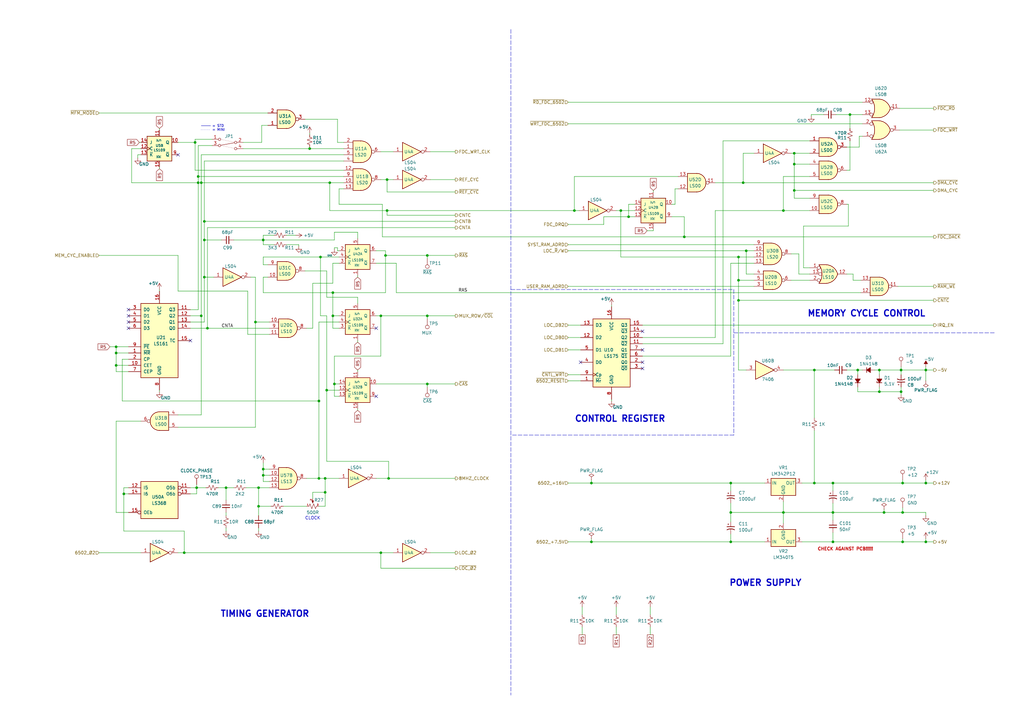
<source format=kicad_sch>
(kicad_sch (version 20230121) (generator eeschema)
  (paper "A3")
  (lib_symbols
    (symbol "74xx:74LS00" (pin_names (offset 1.016))
      (property "Reference" "U" (at 0 1.27 0))
      (property "Value" "74LS00" (at 0 -1.27 0))
      (symbol "74LS00_1_1"
        (pin input line (at -7.62 2.54 0) (length 3.81) (name "~") (number "1"))
        (pin input line (at -7.62 -2.54 0) (length 3.81) (name "~") (number "2"))
        (pin output inverted (at 7.62 0 180) (length 3.81) (name "~") (number "3"))
      )
      (symbol "74LS00_1_2"
        (pin input inverted (at -7.62 2.54 0) (length 4.318) (name "~") (number "1"))
        (pin input inverted (at -7.62 -2.54 0) (length 4.318) (name "~") (number "2"))
        (pin output line (at 7.62 0 180) (length 3.81) (name "~") (number "3"))
      )
      (symbol "74LS00_2_1"
        (pin input line (at -7.62 2.54 0) (length 3.81) (name "~") (number "4"))
        (pin input line (at -7.62 -2.54 0) (length 3.81) (name "~") (number "5"))
        (pin output inverted (at 7.62 0 180) (length 3.81) (name "~") (number "6"))
      )
      (symbol "74LS00_2_2"
        (pin input inverted (at -7.62 2.54 0) (length 4.318) (name "~") (number "4"))
        (pin input inverted (at -7.62 -2.54 0) (length 4.318) (name "~") (number "5"))
        (pin output line (at 7.62 0 180) (length 3.81) (name "~") (number "6"))
      )
      (symbol "74LS00_3_1"
        (pin input line (at -7.62 -2.54 0) (length 3.81) (name "~") (number "10"))
        (pin output inverted (at 7.62 0 180) (length 3.81) (name "~") (number "8"))
        (pin input line (at -7.62 2.54 0) (length 3.81) (name "~") (number "9"))
      )
      (symbol "74LS00_3_2"
        (pin input inverted (at -7.62 -2.54 0) (length 4.318) (name "~") (number "10"))
        (pin output line (at 7.62 0 180) (length 3.81) (name "~") (number "8"))
        (pin input inverted (at -7.62 2.54 0) (length 4.318) (name "~") (number "9"))
      )
      (symbol "74LS00_4_1"
        (pin output inverted (at 7.62 0 180) (length 3.81) (name "~") (number "11"))
        (pin input line (at -7.62 2.54 0) (length 3.81) (name "~") (number "12"))
        (pin input line (at -7.62 -2.54 0) (length 3.81) (name "~") (number "13"))
      )
      (symbol "74LS00_4_2"
        (pin output line (at 7.62 0 180) (length 3.81) (name "~") (number "11"))
        (pin input inverted (at -7.62 2.54 0) (length 4.318) (name "~") (number "12"))
        (pin input inverted (at -7.62 -2.54 0) (length 4.318) (name "~") (number "13"))
      )
      (symbol "74LS00_5_0"
        (pin power_in line (at 0 12.7 270) (length 5.08) (name "VCC") (number "14"))
        (pin power_in line (at 0 -12.7 90) (length 5.08) (name "GND") (number "7"))
      )
    )
    (symbol "74xx:74LS04"
      (property "Reference" "U" (at 0 1.27 0))
      (property "Value" "74LS04" (at 0 -1.27 0))
      (symbol "74LS04_1_0"
        (pin input line (at -7.62 0 0) (length 3.81) (name "~") (number "1"))
        (pin output inverted (at 7.62 0 180) (length 3.81) (name "~") (number "2"))
      )
      (symbol "74LS04_2_0"
        (pin input line (at -7.62 0 0) (length 3.81) (name "~") (number "3"))
        (pin output inverted (at 7.62 0 180) (length 3.81) (name "~") (number "4"))
      )
      (symbol "74LS04_3_0"
        (pin input line (at -7.62 0 0) (length 3.81) (name "~") (number "5"))
        (pin output inverted (at 7.62 0 180) (length 3.81) (name "~") (number "6"))
      )
      (symbol "74LS04_4_0"
        (pin output inverted (at 7.62 0 180) (length 3.81) (name "~") (number "8"))
        (pin input line (at -7.62 0 0) (length 3.81) (name "~") (number "9"))
      )
      (symbol "74LS04_5_0"
        (pin output inverted (at 7.62 0 180) (length 3.81) (name "~") (number "10"))
        (pin input line (at -7.62 0 0) (length 3.81) (name "~") (number "11"))
      )
      (symbol "74LS04_6_0"
        (pin output inverted (at 7.62 0 180) (length 3.81) (name "~") (number "12"))
        (pin input line (at -7.62 0 0) (length 3.81) (name "~") (number "13"))
      )
      (symbol "74LS04_7_0"
        (pin power_in line (at 0 12.7 270) (length 5.08) (name "VCC") (number "14"))
        (pin power_in line (at 0 -12.7 90) (length 5.08) (name "GND") (number "7"))
      )
    )
    (symbol "74xx:74LS06" (pin_names (offset 1.016))
      (property "Reference" "U" (at 0 1.27 0))
      (property "Value" "74LS06" (at 0 -1.27 0))
      (symbol "74LS06_1_0"
        (pin input line (at -7.62 0 0) (length 3.81) (name "~") (number "1"))
        (pin open_collector inverted (at 7.62 0 180) (length 3.81) (name "~") (number "2"))
      )
      (symbol "74LS06_2_0"
        (pin input line (at -7.62 0 0) (length 3.81) (name "~") (number "3"))
        (pin open_collector inverted (at 7.62 0 180) (length 3.81) (name "~") (number "4"))
      )
      (symbol "74LS06_3_0"
        (pin input line (at -7.62 0 0) (length 3.81) (name "~") (number "5"))
        (pin open_collector inverted (at 7.62 0 180) (length 3.81) (name "~") (number "6"))
      )
      (symbol "74LS06_4_0"
        (pin open_collector inverted (at 7.62 0 180) (length 3.81) (name "~") (number "8"))
        (pin input line (at -7.62 0 0) (length 3.81) (name "~") (number "9"))
      )
      (symbol "74LS06_5_0"
        (pin open_collector inverted (at 7.62 0 180) (length 3.81) (name "~") (number "10"))
        (pin input line (at -7.62 0 0) (length 3.81) (name "~") (number "11"))
      )
      (symbol "74LS06_6_0"
        (pin open_collector inverted (at 7.62 0 180) (length 3.81) (name "~") (number "12"))
        (pin input line (at -7.62 0 0) (length 3.81) (name "~") (number "13"))
      )
      (symbol "74LS06_7_0"
        (pin power_in line (at 0 12.7 270) (length 5.08) (name "VCC") (number "14"))
        (pin power_in line (at 0 -12.7 90) (length 5.08) (name "GND") (number "7"))
      )
    )
    (symbol "74xx:74LS08" (pin_names (offset 1.016))
      (property "Reference" "U" (at 0 1.27 0))
      (property "Value" "74LS08" (at 0 -1.27 0))
      (symbol "74LS08_1_1"
        (pin input line (at -7.62 2.54 0) (length 3.81) (name "~") (number "1"))
        (pin input line (at -7.62 -2.54 0) (length 3.81) (name "~") (number "2"))
        (pin output line (at 7.62 0 180) (length 3.81) (name "~") (number "3"))
      )
      (symbol "74LS08_1_2"
        (pin input inverted (at -7.62 2.54 0) (length 4.318) (name "~") (number "1"))
        (pin input inverted (at -7.62 -2.54 0) (length 4.318) (name "~") (number "2"))
        (pin output inverted (at 7.62 0 180) (length 3.81) (name "~") (number "3"))
      )
      (symbol "74LS08_2_1"
        (pin input line (at -7.62 2.54 0) (length 3.81) (name "~") (number "4"))
        (pin input line (at -7.62 -2.54 0) (length 3.81) (name "~") (number "5"))
        (pin output line (at 7.62 0 180) (length 3.81) (name "~") (number "6"))
      )
      (symbol "74LS08_2_2"
        (pin input inverted (at -7.62 2.54 0) (length 4.318) (name "~") (number "4"))
        (pin input inverted (at -7.62 -2.54 0) (length 4.318) (name "~") (number "5"))
        (pin output inverted (at 7.62 0 180) (length 3.81) (name "~") (number "6"))
      )
      (symbol "74LS08_3_1"
        (pin input line (at -7.62 -2.54 0) (length 3.81) (name "~") (number "10"))
        (pin output line (at 7.62 0 180) (length 3.81) (name "~") (number "8"))
        (pin input line (at -7.62 2.54 0) (length 3.81) (name "~") (number "9"))
      )
      (symbol "74LS08_3_2"
        (pin input inverted (at -7.62 -2.54 0) (length 4.318) (name "~") (number "10"))
        (pin output inverted (at 7.62 0 180) (length 3.81) (name "~") (number "8"))
        (pin input inverted (at -7.62 2.54 0) (length 4.318) (name "~") (number "9"))
      )
      (symbol "74LS08_4_1"
        (pin output line (at 7.62 0 180) (length 3.81) (name "~") (number "11"))
        (pin input line (at -7.62 2.54 0) (length 3.81) (name "~") (number "12"))
        (pin input line (at -7.62 -2.54 0) (length 3.81) (name "~") (number "13"))
      )
      (symbol "74LS08_4_2"
        (pin output inverted (at 7.62 0 180) (length 3.81) (name "~") (number "11"))
        (pin input inverted (at -7.62 2.54 0) (length 4.318) (name "~") (number "12"))
        (pin input inverted (at -7.62 -2.54 0) (length 4.318) (name "~") (number "13"))
      )
      (symbol "74LS08_5_0"
        (pin power_in line (at 0 12.7 270) (length 5.08) (name "VCC") (number "14"))
        (pin power_in line (at 0 -12.7 90) (length 5.08) (name "GND") (number "7"))
      )
    )
    (symbol "74xx:74LS109" (pin_names (offset 1.016))
      (property "Reference" "U" (at -7.62 8.89 0))
      (property "Value" "74LS109" (at -7.62 -8.89 0))
      (symbol "74LS109_1_0"
        (pin input line (at 0 -7.62 90) (length 2.54) (name "~{R}") (number "1"))
        (pin input line (at -7.62 2.54 0) (length 2.54) (name "J") (number "2"))
        (pin input line (at -7.62 -2.54 0) (length 2.54) (name "~{K}") (number "3"))
        (pin input clock (at -7.62 0 0) (length 2.54) (name "C") (number "4"))
        (pin input line (at 0 7.62 270) (length 2.54) (name "~{S}") (number "5"))
        (pin output line (at 7.62 2.54 180) (length 2.54) (name "Q") (number "6"))
        (pin output line (at 7.62 -2.54 180) (length 2.54) (name "~{Q}") (number "7"))
      )
      (symbol "74LS109_2_0"
        (pin output line (at 7.62 2.54 180) (length 2.54) (name "Q") (number "10"))
        (pin input line (at 0 7.62 270) (length 2.54) (name "~{S}") (number "11"))
        (pin input clock (at -7.62 0 0) (length 2.54) (name "C") (number "12"))
        (pin input line (at -7.62 -2.54 0) (length 2.54) (name "~{K}") (number "13"))
        (pin input line (at -7.62 2.54 0) (length 2.54) (name "J") (number "14"))
        (pin input line (at 0 -7.62 90) (length 2.54) (name "~{R}") (number "15"))
        (pin output line (at 7.62 -2.54 180) (length 2.54) (name "~{Q}") (number "9"))
      )
      (symbol "74LS109_3_0"
        (pin power_in line (at 0 10.16 270) (length 2.54) (name "VCC") (number "16"))
        (pin power_in line (at 0 -10.16 90) (length 2.54) (name "GND") (number "8"))
      )
    )
    (symbol "74xx:74LS20" (pin_names (offset 1.016))
      (property "Reference" "U" (at 0 1.27 0))
      (property "Value" "74LS20" (at 0 -1.27 0))
      (symbol "74LS20_1_1"
        (pin input line (at -7.62 3.81 0) (length 3.81) (name "~") (number "1"))
        (pin input line (at -7.62 1.27 0) (length 3.81) (name "~") (number "2"))
        (pin input line (at -7.62 -1.27 0) (length 3.81) (name "~") (number "4"))
        (pin input line (at -7.62 -3.81 0) (length 3.81) (name "~") (number "5"))
        (pin output inverted (at 7.62 0 180) (length 3.81) (name "~") (number "6"))
      )
      (symbol "74LS20_1_2"
        (pin input inverted (at -7.62 3.81 0) (length 3.81) (name "~") (number "1"))
        (pin input inverted (at -7.62 1.27 0) (length 4.826) (name "~") (number "2"))
        (pin input inverted (at -7.62 -1.27 0) (length 4.826) (name "~") (number "4"))
        (pin input inverted (at -7.62 -3.81 0) (length 3.81) (name "~") (number "5"))
        (pin output line (at 7.62 0 180) (length 3.81) (name "~") (number "6"))
      )
      (symbol "74LS20_2_1"
        (pin input line (at -7.62 1.27 0) (length 3.81) (name "~") (number "10"))
        (pin input line (at -7.62 -1.27 0) (length 3.81) (name "~") (number "12"))
        (pin input line (at -7.62 -3.81 0) (length 3.81) (name "~") (number "13"))
        (pin output inverted (at 7.62 0 180) (length 3.81) (name "~") (number "8"))
        (pin input line (at -7.62 3.81 0) (length 3.81) (name "~") (number "9"))
      )
      (symbol "74LS20_2_2"
        (pin input inverted (at -7.62 1.27 0) (length 4.826) (name "~") (number "10"))
        (pin input inverted (at -7.62 -1.27 0) (length 4.826) (name "~") (number "12"))
        (pin input inverted (at -7.62 -3.81 0) (length 3.81) (name "~") (number "13"))
        (pin output line (at 7.62 0 180) (length 3.81) (name "~") (number "8"))
        (pin input inverted (at -7.62 3.81 0) (length 3.81) (name "~") (number "9"))
      )
      (symbol "74LS20_3_0"
        (pin power_in line (at 0 12.7 270) (length 5.08) (name "VCC") (number "14"))
        (pin power_in line (at 0 -12.7 90) (length 5.08) (name "GND") (number "7"))
      )
    )
    (symbol "Connector:TestPoint" (pin_numbers hide) (pin_names (offset 0.762) hide)
      (property "Reference" "TP" (at 0 6.858 0))
      (property "Value" "TestPoint" (at 0 5.08 0))
      (symbol "TestPoint_1_1"
        (pin passive line (at 0 0 90) (length 2.54) (name "1") (number "1"))
      )
    )
    (symbol "Device:C_Polarized_Small_US" (pin_numbers hide) (pin_names (offset 0.254) hide)
      (property "Reference" "C" (at 0.254 1.778 0))
      (property "Value" "C_Polarized_Small_US" (at 0.254 -2.032 0))
      (symbol "C_Polarized_Small_US_1_1"
        (pin passive line (at 0 2.54 270) (length 2.032) (name "~") (number "1"))
        (pin passive line (at 0 -2.54 90) (length 2.032) (name "~") (number "2"))
      )
    )
    (symbol "Device:C_Small" (pin_numbers hide) (pin_names (offset 0.254) hide)
      (property "Reference" "C" (at 0.254 1.778 0))
      (property "Value" "C_Small" (at 0.254 -2.032 0))
      (symbol "C_Small_1_1"
        (pin passive line (at 0 2.54 270) (length 2.032) (name "~") (number "1"))
        (pin passive line (at 0 -2.54 90) (length 2.032) (name "~") (number "2"))
      )
    )
    (symbol "Device:D_Small_Filled" (pin_numbers hide) (pin_names (offset 0.254) hide)
      (property "Reference" "D" (at -1.27 2.032 0))
      (property "Value" "D_Small_Filled" (at -3.81 -2.032 0))
      (symbol "D_Small_Filled_1_1"
        (pin passive line (at -2.54 0 0) (length 1.778) (name "K") (number "1"))
        (pin passive line (at 2.54 0 180) (length 1.778) (name "A") (number "2"))
      )
    )
    (symbol "Device:D_Zener_Small_Filled" (pin_numbers hide) (pin_names (offset 0.254) hide)
      (property "Reference" "D" (at 0 2.286 0))
      (property "Value" "D_Zener_Small_Filled" (at 0 -2.286 0))
      (symbol "D_Zener_Small_Filled_1_1"
        (pin passive line (at -2.54 0 0) (length 1.778) (name "K") (number "1"))
        (pin passive line (at 2.54 0 180) (length 1.778) (name "A") (number "2"))
      )
    )
    (symbol "Device:R_Small_US" (pin_numbers hide) (pin_names (offset 0.254) hide)
      (property "Reference" "R" (at 0.762 0.508 0))
      (property "Value" "R_Small_US" (at 0.762 -1.016 0))
      (symbol "R_Small_US_1_1"
        (pin passive line (at 0 2.54 270) (length 1.016) (name "~") (number "1"))
        (pin passive line (at 0 -2.54 90) (length 1.016) (name "~") (number "2"))
      )
    )
    (symbol "K_1013:Jumper_4_Bridged23" (pin_names (offset 0) hide)
      (property "Reference" "JP" (at 0 -4.445 0))
      (property "Value" "Jumper_4_Bridged23" (at 0 3.175 0))
      (symbol "Jumper_4_Bridged23_1_1"
        (pin passive line (at -6.35 1.27 0) (length 2.54) (name "A") (number "1"))
        (pin passive line (at 6.35 0 180) (length 2.54) (name "B") (number "2"))
        (pin passive line (at -6.35 -1.27 0) (length 2.54) (name "C") (number "3"))
        (pin passive line (at 6.35 -2.54 180) (length 2.54) (name "D") (number "4"))
      )
    )
    (symbol "LS_Logic:74LS10_U20" (pin_names (offset 1.016))
      (property "Reference" "U" (at 0 1.27 0))
      (property "Value" "74LS10_U20" (at 0 -1.27 0))
      (symbol "74LS10_U20_1_1"
        (pin input line (at -7.62 2.54 0) (length 3.81) (name "~") (number "1"))
        (pin output inverted (at 7.62 0 180) (length 3.81) (name "~") (number "12"))
        (pin input line (at -7.62 0 0) (length 3.81) (name "~") (number "13"))
        (pin input line (at -7.62 -2.54 0) (length 3.81) (name "~") (number "2"))
      )
      (symbol "74LS10_U20_1_2"
        (pin input inverted (at -7.62 2.54 0) (length 4.318) (name "~") (number "1"))
        (pin output line (at 7.62 0 180) (length 3.81) (name "~") (number "12"))
        (pin input inverted (at -7.62 0 0) (length 4.953) (name "~") (number "13"))
        (pin input inverted (at -7.62 -2.54 0) (length 4.318) (name "~") (number "2"))
      )
      (symbol "74LS10_U20_2_1"
        (pin input line (at -7.62 -2.54 0) (length 3.81) (name "~") (number "3"))
        (pin input line (at -7.62 2.54 0) (length 3.81) (name "~") (number "4"))
        (pin input line (at -7.62 0 0) (length 3.81) (name "~") (number "5"))
        (pin output inverted (at 7.62 0 180) (length 3.81) (name "~") (number "6"))
      )
      (symbol "74LS10_U20_2_2"
        (pin input inverted (at -7.62 -2.54 0) (length 4.318) (name "~") (number "3"))
        (pin input inverted (at -7.62 2.54 0) (length 4.318) (name "~") (number "4"))
        (pin input inverted (at -7.62 0 0) (length 4.953) (name "~") (number "5"))
        (pin output line (at 7.62 0 180) (length 3.81) (name "~") (number "6"))
      )
      (symbol "74LS10_U20_3_1"
        (pin input line (at -7.62 2.54 0) (length 3.81) (name "~") (number "10"))
        (pin input line (at -7.62 -2.54 0) (length 3.81) (name "~") (number "11"))
        (pin output inverted (at 7.62 0 180) (length 3.81) (name "~") (number "8"))
        (pin input line (at -7.62 0 0) (length 3.81) (name "~") (number "9"))
      )
      (symbol "74LS10_U20_3_2"
        (pin input inverted (at -7.62 2.54 0) (length 4.318) (name "~") (number "10"))
        (pin input inverted (at -7.62 -2.54 0) (length 4.318) (name "~") (number "11"))
        (pin output line (at 7.62 0 180) (length 3.81) (name "~") (number "8"))
        (pin input inverted (at -7.62 0 0) (length 4.953) (name "~") (number "9"))
      )
      (symbol "74LS10_U20_4_0"
        (pin power_in line (at 0 12.7 270) (length 5.08) (name "VCC") (number "14"))
        (pin power_in line (at 0 -12.7 90) (length 5.08) (name "GND") (number "7"))
      )
    )
    (symbol "LS_Logic:74LS13_U57" (pin_names (offset 1.016))
      (property "Reference" "U" (at 0 1.27 0))
      (property "Value" "74LS13_U57" (at 0 -1.27 0))
      (symbol "74LS13_U57_1_1"
        (pin input line (at -7.62 1.27 0) (length 3.81) (name "~") (number "1"))
        (pin input line (at -7.62 -1.27 0) (length 3.81) (name "~") (number "2"))
        (pin input line (at -7.62 3.81 0) (length 3.81) (name "~") (number "4"))
        (pin input line (at -7.62 -3.81 0) (length 3.81) (name "~") (number "5"))
        (pin output inverted (at 7.62 0 180) (length 3.81) (name "~") (number "6"))
      )
      (symbol "74LS13_U57_1_2"
        (pin input inverted (at -7.62 3.81 0) (length 3.81) (name "~") (number "1"))
        (pin input inverted (at -7.62 1.27 0) (length 4.826) (name "~") (number "2"))
        (pin input inverted (at -7.62 -1.27 0) (length 4.826) (name "~") (number "4"))
        (pin input inverted (at -7.62 -3.81 0) (length 3.81) (name "~") (number "5"))
        (pin output line (at 7.62 0 180) (length 3.81) (name "~") (number "6"))
      )
      (symbol "74LS13_U57_2_1"
        (pin input line (at -7.62 1.27 0) (length 3.81) (name "~") (number "10"))
        (pin input line (at -7.62 -1.27 0) (length 3.81) (name "~") (number "12"))
        (pin input line (at -7.62 -3.81 0) (length 3.81) (name "~") (number "13"))
        (pin output inverted (at 7.62 0 180) (length 3.81) (name "~") (number "8"))
        (pin input line (at -7.62 3.81 0) (length 3.81) (name "~") (number "9"))
      )
      (symbol "74LS13_U57_2_2"
        (pin input inverted (at -7.62 1.27 0) (length 4.826) (name "~") (number "10"))
        (pin input inverted (at -7.62 -1.27 0) (length 4.826) (name "~") (number "12"))
        (pin input inverted (at -7.62 -3.81 0) (length 3.81) (name "~") (number "13"))
        (pin output line (at 7.62 0 180) (length 3.81) (name "~") (number "8"))
        (pin input inverted (at -7.62 3.81 0) (length 3.81) (name "~") (number "9"))
      )
      (symbol "74LS13_U57_3_0"
        (pin power_in line (at 0 12.7 270) (length 5.08) (name "VCC") (number "14"))
        (pin power_in line (at 0 -12.7 90) (length 5.08) (name "GND") (number "7"))
      )
    )
    (symbol "LS_Logic:74LS161_U21" (pin_names (offset 1.016))
      (property "Reference" "U" (at -7.62 16.51 0))
      (property "Value" "74LS161_U21" (at -7.62 -16.51 0))
      (symbol "74LS161_U21_1_0"
        (pin input line (at -12.7 -5.08 0) (length 5.08) (name "~{MR}") (number "1"))
        (pin input line (at -12.7 -10.16 0) (length 5.08) (name "CET") (number "10"))
        (pin output line (at 12.7 12.7 180) (length 5.08) (name "Q3") (number "11"))
        (pin output line (at 12.7 10.16 180) (length 5.08) (name "Q2") (number "12"))
        (pin output line (at 12.7 7.62 180) (length 5.08) (name "Q1") (number "13"))
        (pin output line (at 12.7 5.08 180) (length 5.08) (name "Q0") (number "14"))
        (pin output line (at 12.7 0 180) (length 5.08) (name "TC") (number "15"))
        (pin power_in line (at 0 20.32 270) (length 5.08) (name "VCC") (number "16"))
        (pin input line (at -12.7 -7.62 0) (length 5.08) (name "CP") (number "2"))
        (pin input line (at -12.7 12.7 0) (length 5.08) (name "D0") (number "3"))
        (pin input line (at -12.7 10.16 0) (length 5.08) (name "D1") (number "4"))
        (pin input line (at -12.7 7.62 0) (length 5.08) (name "D2") (number "5"))
        (pin input line (at -12.7 5.08 0) (length 5.08) (name "D3") (number "6"))
        (pin input line (at -12.7 -12.7 0) (length 5.08) (name "CEP") (number "7"))
        (pin power_in line (at 0 -20.32 90) (length 5.08) (name "GND") (number "8"))
        (pin input line (at -12.7 -2.54 0) (length 5.08) (name "~{PE}") (number "9"))
      )
    )
    (symbol "LS_Logic:74LS175_U10" (pin_names (offset 1.016))
      (property "Reference" "U" (at -7.62 13.97 0))
      (property "Value" "74LS175_U10" (at -7.62 -16.51 0))
      (symbol "74LS175_U10_1_0"
        (pin input line (at -12.7 -12.7 0) (length 5.08) (name "~{Mr}") (number "1"))
        (pin output line (at 12.7 5.08 180) (length 5.08) (name "Q2") (number "10"))
        (pin output line (at 12.7 2.54 180) (length 5.08) (name "~{Q2}") (number "11"))
        (pin input line (at -12.7 5.08 0) (length 5.08) (name "D2") (number "12"))
        (pin input line (at -12.7 10.16 0) (length 5.08) (name "D3") (number "13"))
        (pin output line (at 12.7 7.62 180) (length 5.08) (name "~{Q3}") (number "14"))
        (pin output line (at 12.7 10.16 180) (length 5.08) (name "Q3") (number "15"))
        (pin power_in line (at 0 17.78 270) (length 5.08) (name "VCC") (number "16"))
        (pin output line (at 12.7 -5.08 180) (length 5.08) (name "Q0") (number "2"))
        (pin output line (at 12.7 -7.62 180) (length 5.08) (name "~{Q0}") (number "3"))
        (pin input line (at -12.7 -5.08 0) (length 5.08) (name "D0") (number "4"))
        (pin input line (at -12.7 0 0) (length 5.08) (name "D1") (number "5"))
        (pin output line (at 12.7 -2.54 180) (length 5.08) (name "~{Q1}") (number "6"))
        (pin output line (at 12.7 0 180) (length 5.08) (name "Q1") (number "7"))
        (pin power_in line (at 0 -20.32 90) (length 5.08) (name "GND") (number "8"))
        (pin input clock (at -12.7 -10.16 0) (length 5.08) (name "Cp") (number "9"))
      )
    )
    (symbol "LS_Logic:74LS20_U11" (pin_names (offset 1.016))
      (property "Reference" "U" (at -0.0097 8.89 0))
      (property "Value" "74LS20_U11" (at -0.0097 6.35 0))
      (symbol "74LS20_U11_1_1"
        (pin input line (at -7.62 1.27 0) (length 3.81) (name "~") (number "1"))
        (pin input line (at -7.62 3.81 0) (length 3.81) (name "~") (number "2"))
        (pin input line (at -7.62 -3.81 0) (length 3.81) (name "~") (number "4"))
        (pin input line (at -7.62 -1.27 0) (length 3.81) (name "~") (number "5"))
        (pin output inverted (at 7.62 0 180) (length 3.81) (name "~") (number "6"))
      )
      (symbol "74LS20_U11_1_2"
        (pin input inverted (at -7.62 3.81 0) (length 3.81) (name "~") (number "1"))
        (pin input inverted (at -7.62 1.27 0) (length 4.826) (name "~") (number "2"))
        (pin input inverted (at -7.62 -1.27 0) (length 4.826) (name "~") (number "4"))
        (pin input inverted (at -7.62 -3.81 0) (length 3.81) (name "~") (number "5"))
        (pin output line (at 7.62 0 180) (length 3.81) (name "~") (number "6"))
      )
      (symbol "74LS20_U11_2_1"
        (pin input line (at -7.62 -1.27 0) (length 3.81) (name "~") (number "10"))
        (pin input line (at -7.62 3.81 0) (length 3.81) (name "~") (number "12"))
        (pin input line (at -7.62 -3.81 0) (length 3.81) (name "~") (number "13"))
        (pin output inverted (at 7.62 0 180) (length 3.81) (name "~") (number "8"))
        (pin input line (at -7.62 1.27 0) (length 3.81) (name "~") (number "9"))
      )
      (symbol "74LS20_U11_2_2"
        (pin input inverted (at -7.62 1.27 0) (length 4.826) (name "~") (number "10"))
        (pin input inverted (at -7.62 -1.27 0) (length 4.826) (name "~") (number "12"))
        (pin input inverted (at -7.62 -3.81 0) (length 3.81) (name "~") (number "13"))
        (pin output line (at 7.62 0 180) (length 3.81) (name "~") (number "8"))
        (pin input inverted (at -7.62 3.81 0) (length 3.81) (name "~") (number "9"))
      )
      (symbol "74LS20_U11_3_0"
        (pin power_in line (at 0 12.7 270) (length 5.08) (name "VCC") (number "14"))
        (pin power_in line (at 0 -12.7 90) (length 5.08) (name "GND") (number "7"))
      )
    )
    (symbol "LS_Logic:74LS368_U50_U59" (pin_names (offset 1.016))
      (property "Reference" "U" (at 0 1.27 0))
      (property "Value" "74LS368" (at 0 -1.27 0))
      (symbol "74LS368_U50_U59_1_0"
        (pin tri_state inverted (at 12.7 5.08 180) (length 5.08) (name "O5b") (number "11"))
        (pin input line (at -12.7 5.08 0) (length 5.08) (name "I5") (number "12"))
        (pin tri_state inverted (at 12.7 2.54 180) (length 5.08) (name "O6b") (number "13"))
        (pin input line (at -12.7 2.54 0) (length 5.08) (name "I6") (number "14"))
        (pin input inverted (at -12.7 -5.08 0) (length 5.08) (name "OEb") (number "15"))
      )
      (symbol "74LS368_U50_U59_2_0"
        (pin input inverted (at -12.7 -7.62 0) (length 5.08) (name "OEa") (number "1"))
        (pin input line (at -12.7 7.62 0) (length 5.08) (name "I4") (number "10"))
        (pin input line (at -12.7 5.08 0) (length 5.08) (name "I1") (number "2"))
        (pin tri_state inverted (at 12.7 5.08 180) (length 5.08) (name "O1a") (number "3"))
        (pin input line (at -12.7 2.54 0) (length 5.08) (name "I2") (number "4"))
        (pin tri_state inverted (at 12.7 2.54 180) (length 5.08) (name "O2a") (number "5"))
        (pin input line (at -12.7 10.16 0) (length 5.08) (name "I3") (number "6"))
        (pin tri_state inverted (at 12.7 10.16 180) (length 5.08) (name "O3a") (number "7"))
        (pin tri_state inverted (at 12.7 7.62 180) (length 5.08) (name "O4a") (number "9"))
      )
      (symbol "74LS368_U50_U59_3_0"
        (pin power_in line (at 0 12.7 270) (length 5.08) (name "VCC") (number "16"))
        (pin power_in line (at 0 -12.7 90) (length 5.08) (name "GND") (number "8"))
      )
    )
    (symbol "R_Potentiometer:R_Potentiometer_Small_US" (pin_names (offset 1.016) hide)
      (property "Reference" "RV" (at -4.445 0 90))
      (property "Value" "R_Potentiometer_Small_US" (at -2.54 0 90))
      (symbol "R_Potentiometer_Small_US_1_1"
        (pin passive line (at 0 2.54 270) (length 1.016) (name "~") (number "1"))
        (pin passive line (at 3.175 0 180) (length 0.9906) (name "2") (number "2"))
        (pin passive line (at 0 -2.54 90) (length 1.016) (name "~") (number "3"))
      )
    )
    (symbol "Regulator_Linear:L7805" (pin_names (offset 0.254))
      (property "Reference" "U" (at -3.81 3.175 0))
      (property "Value" "L7805" (at 0 3.175 0))
      (symbol "L7805_1_1"
        (pin power_in line (at -7.62 0 0) (length 2.54) (name "IN") (number "1"))
        (pin power_in line (at 0 -7.62 90) (length 2.54) (name "GND") (number "2"))
        (pin power_out line (at 7.62 0 180) (length 2.54) (name "OUT") (number "3"))
      )
    )
    (symbol "Regulator_Linear:L7812" (pin_names (offset 0.254))
      (property "Reference" "U" (at -3.81 3.175 0))
      (property "Value" "L7812" (at 0 3.175 0))
      (symbol "L7812_1_1"
        (pin power_in line (at -7.62 0 0) (length 2.54) (name "IN") (number "1"))
        (pin power_in line (at 0 -7.62 90) (length 2.54) (name "GND") (number "2"))
        (pin power_out line (at 7.62 0 180) (length 2.54) (name "OUT") (number "3"))
      )
    )
    (symbol "power:+12V" (power) (pin_names (offset 0))
      (property "Value" "+12V" (at 0 3.556 0))
      (symbol "+12V_1_1"
        (pin power_in line (at 0 0 90) (length 0) hide (name "+12V") (number "1"))
      )
    )
    (symbol "power:+5V" (power) (pin_names (offset 0))
      (property "Value" "+5V" (at 0 3.556 0))
      (symbol "+5V_1_1"
        (pin power_in line (at 0 0 90) (length 0) hide (name "+5V") (number "1"))
      )
    )
    (symbol "power:-5V" (power) (pin_names (offset 0))
      (property "Value" "-5V" (at 0 3.81 0))
      (symbol "-5V_0_0"
        (pin power_in line (at 0 0 90) (length 0) hide (name "-5V") (number "1"))
      )
    )
    (symbol "power:GND" (power) (pin_names (offset 0))
      (property "Value" "GND" (at 0 -3.81 0))
      (symbol "GND_1_1"
        (pin power_in line (at 0 0 270) (length 0) hide (name "GND") (number "1"))
      )
    )
    (symbol "power:PWR_FLAG" (power) (pin_numbers hide) (pin_names (offset 0) hide)
      (property "Value" "PWR_FLAG" (at 0 3.81 0))
      (symbol "PWR_FLAG_0_0"
        (pin power_out line (at 0 0 90) (length 0) (name "pwr") (number "1"))
      )
    )
  )
  (junction (at 341.63 210.185))
  (junction (at 80.645 200.025))
  (junction (at 325.755 78.105))
  (junction (at 158.75 86.36))
  (junction (at 304.8 74.93))
  (junction (at 351.79 151.765))
  (junction (at 369.57 160.655))
  (junction (at 136.525 120.015))
  (junction (at 137.16 157.48))
  (junction (at 92.71 200.025))
  (junction (at 299.72 210.185))
  (junction (at 362.585 210.185))
  (junction (at 299.72 222.25))
  (junction (at 235.585 86.36))
  (junction (at 81.28 72.39))
  (junction (at 370.205 198.12))
  (junction (at 156.21 129.54))
  (junction (at 47.625 149.86))
  (junction (at 80.01 58.42))
  (junction (at 135.255 74.93))
  (junction (at 379.73 222.25))
  (junction (at 82.55 74.93))
  (junction (at 325.755 67.31))
  (junction (at 159.385 196.215))
  (junction (at 175.26 104.775))
  (junction (at 133.35 201.93))
  (junction (at 360.68 151.765))
  (junction (at 133.35 196.215))
  (junction (at 50.8 202.565))
  (junction (at 130.81 164.465))
  (junction (at 306.07 102.87))
  (junction (at 334.01 151.765))
  (junction (at 156.21 226.695))
  (junction (at 75.565 226.695))
  (junction (at 302.895 114.935))
  (junction (at 360.68 160.655))
  (junction (at 370.205 222.25))
  (junction (at 175.26 129.54))
  (junction (at 104.775 132.08))
  (junction (at 85.09 134.62))
  (junction (at 158.115 104.775))
  (junction (at 107.95 194.945))
  (junction (at 82.55 129.54))
  (junction (at 242.57 198.12))
  (junction (at 136.525 129.54))
  (junction (at 348.615 46.99))
  (junction (at 133.985 160.02))
  (junction (at 83.82 98.425))
  (junction (at 83.82 113.665))
  (junction (at 254.635 86.36))
  (junction (at 334.01 198.12))
  (junction (at 341.63 222.25))
  (junction (at 379.73 198.12))
  (junction (at 369.57 151.765))
  (junction (at 47.625 144.78))
  (junction (at 106.045 200.025))
  (junction (at 131.445 105.41))
  (junction (at 242.57 222.25))
  (junction (at 280.67 97.155))
  (junction (at 81.28 74.93))
  (junction (at 341.63 198.12))
  (junction (at 127 60.96))
  (junction (at 321.31 86.36))
  (junction (at 107.95 192.405))
  (junction (at 83.82 90.805))
  (junction (at 175.26 157.48))
  (junction (at 106.045 207.645))
  (junction (at 47.625 142.24))
  (junction (at 107.95 98.425))
  (junction (at 299.72 198.12))
  (junction (at 321.31 210.185))
  (junction (at 257.81 88.9))
  (junction (at 370.205 210.185))
  (junction (at 302.895 123.19))
  (junction (at 130.81 196.215))
  (junction (at 379.73 151.765))
  (junction (at 325.755 62.865))
  (junction (at 302.895 105.41))
  (junction (at 158.75 73.66))
  (no_connect (at 263.525 143.51))
  (no_connect (at 52.705 134.62))
  (no_connect (at 263.525 148.59))
  (no_connect (at 263.525 135.89))
  (no_connect (at 78.105 139.7))
  (no_connect (at 154.305 134.62))
  (no_connect (at 52.705 129.54))
  (no_connect (at 73.025 63.5))
  (no_connect (at 263.525 151.13))
  (no_connect (at 238.125 148.59))
  (no_connect (at 52.705 127))
  (no_connect (at 154.305 162.56))
  (no_connect (at 52.705 132.08))
  (wire (pts (xy 78.105 200.025) (xy 80.645 200.025)))
  (wire (pts (xy 293.37 86.36) (xy 293.37 138.43)))
  (wire (pts (xy 175.26 104.775) (xy 186.69 104.775)))
  (wire (pts (xy 348.615 46.99) (xy 353.695 46.99)))
  (wire (pts (xy 106.045 200.025) (xy 106.045 207.645)))
  (wire (pts (xy 299.72 198.12) (xy 299.72 201.295)))
  (wire (pts (xy 139.065 83.82) (xy 156.845 83.82)))
  (wire (pts (xy 242.57 198.12) (xy 299.72 198.12)))
  (polyline (pts (xy 82.55 53.213) (xy 86.36 53.213)) (stroke (width 0) (type dot)))
  (wire (pts (xy 156.845 83.82) (xy 156.845 97.155)))
  (wire (pts (xy 379.73 222.25) (xy 382.905 222.25)))
  (wire (pts (xy 136.525 134.62) (xy 136.525 129.54)))
  (wire (pts (xy 332.74 46.99) (xy 332.74 47.625)))
  (wire (pts (xy 186.69 233.045) (xy 156.21 233.045)))
  (wire (pts (xy 351.79 151.765) (xy 353.695 151.765)))
  (wire (pts (xy 347.345 83.82) (xy 347.98 83.82)))
  (wire (pts (xy 136.525 129.54) (xy 136.525 120.015)))
  (wire (pts (xy 348.615 57.785) (xy 348.615 69.85)))
  (wire (pts (xy 50.8 217.805) (xy 75.565 217.805)))
  (wire (pts (xy 332.105 62.865) (xy 325.755 62.865)))
  (wire (pts (xy 156.21 62.23) (xy 161.29 62.23)))
  (wire (pts (xy 107.95 100.33) (xy 112.395 100.33)))
  (wire (pts (xy 334.01 198.12) (xy 341.63 198.12)))
  (wire (pts (xy 351.79 151.765) (xy 351.79 153.67)))
  (wire (pts (xy 306.07 102.87) (xy 309.245 102.87)))
  (wire (pts (xy 138.43 58.42) (xy 138.43 48.895)))
  (wire (pts (xy 233.045 92.075) (xy 247.65 92.075)))
  (wire (pts (xy 75.565 217.805) (xy 75.565 226.695)))
  (wire (pts (xy 47.625 142.24) (xy 47.625 144.78)))
  (wire (pts (xy 299.72 210.185) (xy 299.72 213.995)))
  (polyline (pts (xy 209.55 118.745) (xy 300.99 118.745)) (stroke (width 0) (type dash)))
  (wire (pts (xy 135.255 74.93) (xy 135.255 86.36)))
  (wire (pts (xy 78.105 202.565) (xy 80.645 202.565)))
  (wire (pts (xy 139.065 83.82) (xy 139.065 77.47)))
  (wire (pts (xy 321.31 205.74) (xy 321.31 210.185)))
  (wire (pts (xy 82.55 63.5) (xy 82.55 74.93)))
  (wire (pts (xy 158.75 78.74) (xy 186.69 78.74)))
  (wire (pts (xy 321.31 210.185) (xy 321.31 214.63)))
  (wire (pts (xy 360.68 151.765) (xy 360.68 153.67)))
  (wire (pts (xy 265.43 94.615) (xy 267.97 94.615)))
  (wire (pts (xy 175.26 157.48) (xy 175.26 158.75)))
  (wire (pts (xy 327.66 112.395) (xy 332.105 112.395)))
  (wire (pts (xy 379.73 210.185) (xy 379.73 211.455)))
  (wire (pts (xy 85.09 93.345) (xy 85.09 134.62)))
  (wire (pts (xy 379.73 196.85) (xy 379.73 198.12)))
  (wire (pts (xy 73.025 119.38) (xy 73.025 104.775)))
  (wire (pts (xy 328.93 198.12) (xy 334.01 198.12)))
  (wire (pts (xy 139.065 134.62) (xy 136.525 134.62)))
  (wire (pts (xy 80.01 58.42) (xy 80.01 57.15)))
  (wire (pts (xy 50.165 164.465) (xy 50.165 147.32)))
  (wire (pts (xy 362.585 208.915) (xy 362.585 210.185)))
  (wire (pts (xy 175.26 129.54) (xy 175.26 130.81)))
  (wire (pts (xy 369.57 160.655) (xy 360.68 160.655)))
  (wire (pts (xy 341.63 210.185) (xy 341.63 213.36)))
  (wire (pts (xy 107.315 58.42) (xy 107.315 51.435)))
  (wire (pts (xy 302.895 123.19) (xy 382.905 123.19)))
  (wire (pts (xy 50.8 200.025) (xy 50.8 202.565)))
  (wire (pts (xy 139.065 105.41) (xy 131.445 105.41)))
  (wire (pts (xy 351.79 160.655) (xy 360.68 160.655)))
  (wire (pts (xy 302.895 123.19) (xy 302.895 151.765)))
  (wire (pts (xy 40.64 104.775) (xy 73.025 104.775)))
  (wire (pts (xy 370.205 208.28) (xy 370.205 210.185)))
  (wire (pts (xy 370.205 220.98) (xy 370.205 222.25)))
  (wire (pts (xy 341.63 198.12) (xy 341.63 201.295)))
  (wire (pts (xy 133.985 111.125) (xy 133.985 121.92)))
  (wire (pts (xy 233.045 102.87) (xy 306.07 102.87)))
  (wire (pts (xy 321.31 86.36) (xy 293.37 86.36)))
  (wire (pts (xy 175.26 129.54) (xy 186.69 129.54)))
  (wire (pts (xy 280.67 88.9) (xy 280.67 97.155)))
  (wire (pts (xy 139.065 107.95) (xy 136.525 107.95)))
  (wire (pts (xy 341.63 218.44) (xy 341.63 222.25)))
  (wire (pts (xy 233.045 156.21) (xy 238.125 156.21)))
  (wire (pts (xy 299.72 222.25) (xy 313.69 222.25)))
  (wire (pts (xy 252.73 248.92) (xy 252.73 252.095)))
  (wire (pts (xy 302.895 105.41) (xy 254.635 105.41)))
  (wire (pts (xy 263.525 133.35) (xy 382.905 133.35)))
  (wire (pts (xy 139.065 196.215) (xy 133.35 196.215)))
  (wire (pts (xy 146.685 121.92) (xy 146.685 124.46)))
  (wire (pts (xy 263.525 146.05) (xy 299.72 146.05)))
  (wire (pts (xy 252.73 257.175) (xy 252.73 260.35)))
  (wire (pts (xy 156.845 97.155) (xy 280.67 97.155)))
  (wire (pts (xy 267.97 94.615) (xy 267.97 93.98)))
  (wire (pts (xy 107.95 194.945) (xy 110.49 194.945)))
  (wire (pts (xy 348.615 46.99) (xy 348.615 52.705)))
  (wire (pts (xy 176.53 73.66) (xy 186.69 73.66)))
  (wire (pts (xy 158.75 73.66) (xy 161.29 73.66)))
  (wire (pts (xy 47.625 144.78) (xy 47.625 149.86)))
  (wire (pts (xy 125.73 196.215) (xy 130.81 196.215)))
  (wire (pts (xy 107.95 108.585) (xy 109.855 108.585)))
  (wire (pts (xy 139.065 162.56) (xy 137.16 162.56)))
  (wire (pts (xy 107.315 51.435) (xy 109.855 51.435)))
  (wire (pts (xy 81.28 127) (xy 78.105 127)))
  (wire (pts (xy 162.56 107.95) (xy 154.305 107.95)))
  (wire (pts (xy 276.86 77.47) (xy 278.13 77.47)))
  (wire (pts (xy 110.49 197.485) (xy 107.95 197.485)))
  (wire (pts (xy 140.97 58.42) (xy 138.43 58.42)))
  (wire (pts (xy 321.31 151.765) (xy 334.01 151.765)))
  (wire (pts (xy 329.565 92.71) (xy 329.565 109.855)))
  (wire (pts (xy 327.66 104.14) (xy 327.66 112.395)))
  (wire (pts (xy 47.625 142.24) (xy 45.085 142.24)))
  (wire (pts (xy 162.56 120.015) (xy 162.56 107.95)))
  (wire (pts (xy 370.205 196.85) (xy 370.205 198.12)))
  (wire (pts (xy 107.95 105.41) (xy 107.95 108.585)))
  (wire (pts (xy 65.405 160.02) (xy 65.405 160.655)))
  (wire (pts (xy 233.045 153.67) (xy 238.125 153.67)))
  (polyline (pts (xy 209.55 12.065) (xy 209.55 285.115)) (stroke (width 0) (type dash)))
  (wire (pts (xy 146.685 97.79) (xy 146.685 95.25)))
  (wire (pts (xy 50.165 147.32) (xy 52.705 147.32)))
  (wire (pts (xy 368.935 44.45) (xy 382.905 44.45)))
  (polyline (pts (xy 300.99 118.745) (xy 300.99 178.435)) (stroke (width 0) (type dash)))
  (wire (pts (xy 247.65 88.9) (xy 247.65 92.075)))
  (wire (pts (xy 233.045 50.8) (xy 353.695 50.8)))
  (wire (pts (xy 276.86 83.82) (xy 276.86 77.47)))
  (wire (pts (xy 104.775 113.665) (xy 104.775 132.08)))
  (wire (pts (xy 107.95 96.52) (xy 107.95 98.425)))
  (wire (pts (xy 156.21 129.54) (xy 154.305 129.54)))
  (wire (pts (xy 267.97 78.105) (xy 267.97 78.74)))
  (wire (pts (xy 146.685 113.03) (xy 146.685 113.665)))
  (wire (pts (xy 302.895 114.935) (xy 302.895 123.19)))
  (polyline (pts (xy 82.55 51.562) (xy 86.36 51.562)))
  (wire (pts (xy 78.105 129.54) (xy 82.55 129.54)))
  (wire (pts (xy 325.755 62.865) (xy 325.755 67.31)))
  (wire (pts (xy 158.75 88.265) (xy 186.69 88.265)))
  (wire (pts (xy 137.16 95.25) (xy 137.16 98.425)))
  (wire (pts (xy 370.205 198.12) (xy 379.73 198.12)))
  (wire (pts (xy 275.59 83.82) (xy 276.86 83.82)))
  (wire (pts (xy 334.01 176.53) (xy 334.01 198.12)))
  (wire (pts (xy 242.57 196.85) (xy 242.57 198.12)))
  (wire (pts (xy 112.395 96.52) (xy 107.95 96.52)))
  (wire (pts (xy 159.385 189.23) (xy 159.385 196.215)))
  (wire (pts (xy 107.95 105.41) (xy 131.445 105.41)))
  (wire (pts (xy 233.045 222.25) (xy 242.57 222.25)))
  (wire (pts (xy 370.205 222.25) (xy 379.73 222.25)))
  (wire (pts (xy 242.57 220.98) (xy 242.57 222.25)))
  (wire (pts (xy 368.3 117.475) (xy 382.905 117.475)))
  (wire (pts (xy 299.72 210.185) (xy 321.31 210.185)))
  (wire (pts (xy 130.81 164.465) (xy 50.165 164.465)))
  (wire (pts (xy 158.75 86.36) (xy 158.75 88.265)))
  (wire (pts (xy 52.705 200.025) (xy 50.8 200.025)))
  (wire (pts (xy 137.16 102.235) (xy 137.16 101.6)))
  (wire (pts (xy 107.95 120.015) (xy 136.525 120.015)))
  (wire (pts (xy 83.82 113.665) (xy 83.82 132.08)))
  (wire (pts (xy 293.37 74.93) (xy 304.8 74.93)))
  (wire (pts (xy 133.35 207.645) (xy 133.35 201.93)))
  (wire (pts (xy 57.785 60.96) (xy 53.975 60.96)))
  (wire (pts (xy 302.895 151.765) (xy 306.07 151.765)))
  (wire (pts (xy 56.515 63.5) (xy 56.515 64.77)))
  (wire (pts (xy 133.985 160.02) (xy 139.065 160.02)))
  (wire (pts (xy 83.82 113.665) (xy 87.63 113.665)))
  (wire (pts (xy 130.81 207.645) (xy 133.35 207.645)))
  (wire (pts (xy 130.81 132.08) (xy 130.81 164.465)))
  (wire (pts (xy 137.16 162.56) (xy 137.16 157.48)))
  (wire (pts (xy 122.555 100.33) (xy 122.555 100.965)))
  (wire (pts (xy 92.71 200.025) (xy 95.885 200.025)))
  (wire (pts (xy 341.63 210.185) (xy 362.585 210.185)))
  (wire (pts (xy 83.82 98.425) (xy 90.805 98.425)))
  (wire (pts (xy 299.72 219.075) (xy 299.72 222.25)))
  (wire (pts (xy 92.71 210.185) (xy 92.71 211.455)))
  (wire (pts (xy 121.285 96.52) (xy 117.475 96.52)))
  (wire (pts (xy 156.21 73.66) (xy 158.75 73.66)))
  (wire (pts (xy 347.98 92.71) (xy 329.565 92.71)))
  (wire (pts (xy 140.97 69.85) (xy 80.01 69.85)))
  (wire (pts (xy 110.49 137.16) (xy 101.6 137.16)))
  (wire (pts (xy 325.755 78.105) (xy 382.905 78.105)))
  (wire (pts (xy 266.7 257.175) (xy 266.7 260.35)))
  (wire (pts (xy 362.585 210.185) (xy 370.205 210.185)))
  (wire (pts (xy 257.81 88.9) (xy 247.65 88.9)))
  (wire (pts (xy 133.985 189.23) (xy 159.385 189.23)))
  (wire (pts (xy 257.81 88.9) (xy 257.81 83.82)))
  (wire (pts (xy 73.025 170.18) (xy 82.55 170.18)))
  (wire (pts (xy 250.825 125.095) (xy 250.825 125.73)))
  (wire (pts (xy 107.95 192.405) (xy 110.49 192.405)))
  (wire (pts (xy 379.73 150.495) (xy 379.73 151.765)))
  (wire (pts (xy 156.21 226.695) (xy 161.29 226.695)))
  (wire (pts (xy 133.35 201.93) (xy 133.35 196.215)))
  (wire (pts (xy 138.43 101.6) (xy 138.43 102.87)))
  (wire (pts (xy 53.975 74.93) (xy 81.28 74.93)))
  (wire (pts (xy 260.35 88.9) (xy 257.81 88.9)))
  (wire (pts (xy 351.79 158.75) (xy 351.79 160.655)))
  (wire (pts (xy 154.305 157.48) (xy 175.26 157.48)))
  (wire (pts (xy 299.72 206.375) (xy 299.72 210.185)))
  (wire (pts (xy 252.73 86.36) (xy 254.635 86.36)))
  (wire (pts (xy 136.525 107.95) (xy 136.525 116.205)))
  (wire (pts (xy 278.13 72.39) (xy 235.585 72.39)))
  (wire (pts (xy 309.245 100.33) (xy 233.045 100.33)))
  (wire (pts (xy 85.09 93.345) (xy 186.69 93.345)))
  (wire (pts (xy 254.635 86.36) (xy 260.35 86.36)))
  (wire (pts (xy 309.245 105.41) (xy 302.895 105.41)))
  (wire (pts (xy 342.9 46.99) (xy 348.615 46.99)))
  (wire (pts (xy 325.755 67.31) (xy 332.105 67.31)))
  (wire (pts (xy 50.8 202.565) (xy 50.8 217.805)))
  (wire (pts (xy 347.345 112.395) (xy 349.885 112.395)))
  (wire (pts (xy 127 54.61) (xy 127 55.245)))
  (wire (pts (xy 358.775 151.765) (xy 360.68 151.765)))
  (wire (pts (xy 379.73 156.21) (xy 379.73 151.765)))
  (wire (pts (xy 158.115 104.775) (xy 175.26 104.775)))
  (wire (pts (xy 137.16 157.48) (xy 137.16 146.05)))
  (wire (pts (xy 154.305 102.87) (xy 158.115 102.87)))
  (wire (pts (xy 107.95 113.665) (xy 107.95 120.015)))
  (wire (pts (xy 254.635 105.41) (xy 254.635 86.36)))
  (wire (pts (xy 309.245 114.935) (xy 302.895 114.935)))
  (wire (pts (xy 325.755 67.31) (xy 325.755 78.105)))
  (wire (pts (xy 334.01 151.765) (xy 334.01 171.45)))
  (wire (pts (xy 80.645 200.025) (xy 80.645 202.565)))
  (wire (pts (xy 238.76 248.92) (xy 238.76 252.095)))
  (wire (pts (xy 369.57 151.765) (xy 369.57 153.67)))
  (wire (pts (xy 257.81 83.82) (xy 260.35 83.82)))
  (wire (pts (xy 235.585 72.39) (xy 235.585 86.36)))
  (wire (pts (xy 302.895 114.935) (xy 302.895 105.41)))
  (wire (pts (xy 233.045 198.12) (xy 242.57 198.12)))
  (wire (pts (xy 73.025 58.42) (xy 80.01 58.42)))
  (wire (pts (xy 146.685 139.7) (xy 146.685 140.335)))
  (wire (pts (xy 158.115 104.775) (xy 158.115 120.015)))
  (wire (pts (xy 131.445 105.41) (xy 131.445 129.54)))
  (wire (pts (xy 328.93 222.25) (xy 341.63 222.25)))
  (wire (pts (xy 154.305 196.215) (xy 159.385 196.215)))
  (wire (pts (xy 140.97 66.04) (xy 83.82 66.04)))
  (wire (pts (xy 53.975 60.96) (xy 53.975 74.93)))
  (wire (pts (xy 81.28 72.39) (xy 140.97 72.39)))
  (wire (pts (xy 332.105 57.785) (xy 296.545 57.785)))
  (wire (pts (xy 82.55 74.93) (xy 135.255 74.93)))
  (wire (pts (xy 130.81 196.215) (xy 130.81 164.465)))
  (wire (pts (xy 242.57 222.25) (xy 299.72 222.25)))
  (wire (pts (xy 47.625 149.86) (xy 47.625 152.4)))
  (wire (pts (xy 332.105 86.36) (xy 321.31 86.36)))
  (wire (pts (xy 379.73 220.98) (xy 379.73 222.25)))
  (wire (pts (xy 325.755 81.28) (xy 332.105 81.28)))
  (wire (pts (xy 266.7 248.92) (xy 266.7 252.095)))
  (wire (pts (xy 233.045 143.51) (xy 238.125 143.51)))
  (wire (pts (xy 78.105 134.62) (xy 85.09 134.62)))
  (wire (pts (xy 299.72 198.12) (xy 313.69 198.12)))
  (wire (pts (xy 127 60.325) (xy 127 60.96)))
  (wire (pts (xy 109.855 113.665) (xy 107.95 113.665)))
  (wire (pts (xy 81.28 74.93) (xy 81.28 127)))
  (wire (pts (xy 296.545 57.785) (xy 296.545 140.97)))
  (wire (pts (xy 352.425 55.88) (xy 353.695 55.88)))
  (wire (pts (xy 89.535 200.025) (xy 92.71 200.025)))
  (wire (pts (xy 75.565 226.695) (xy 156.21 226.695)))
  (wire (pts (xy 133.985 129.54) (xy 133.985 160.02)))
  (wire (pts (xy 40.64 46.355) (xy 109.855 46.355)))
  (wire (pts (xy 347.345 60.325) (xy 352.425 60.325)))
  (wire (pts (xy 117.475 100.33) (xy 122.555 100.33)))
  (wire (pts (xy 341.63 206.375) (xy 341.63 210.185)))
  (polyline (pts (xy 300.99 178.435) (xy 209.55 178.435)) (stroke (width 0) (type dash)))
  (wire (pts (xy 352.425 60.325) (xy 352.425 55.88)))
  (wire (pts (xy 73.025 175.26) (xy 104.775 175.26)))
  (wire (pts (xy 369.57 151.765) (xy 379.73 151.765)))
  (wire (pts (xy 360.68 160.655) (xy 360.68 158.75)))
  (wire (pts (xy 75.565 226.695) (xy 73.025 226.695)))
  (wire (pts (xy 158.75 73.66) (xy 158.75 78.74)))
  (wire (pts (xy 348.615 69.85) (xy 347.345 69.85)))
  (wire (pts (xy 107.95 189.865) (xy 107.95 192.405)))
  (wire (pts (xy 82.55 74.93) (xy 82.55 129.54)))
  (wire (pts (xy 107.95 194.945) (xy 107.95 197.485)))
  (wire (pts (xy 83.82 66.04) (xy 83.82 90.805)))
  (wire (pts (xy 136.525 129.54) (xy 139.065 129.54)))
  (wire (pts (xy 321.31 210.185) (xy 341.63 210.185)))
  (wire (pts (xy 133.985 121.92) (xy 146.685 121.92)))
  (wire (pts (xy 175.26 104.775) (xy 175.26 106.045)))
  (wire (pts (xy 341.63 222.25) (xy 370.205 222.25)))
  (wire (pts (xy 57.15 58.42) (xy 57.785 58.42)))
  (wire (pts (xy 349.885 112.395) (xy 349.885 114.935)))
  (wire (pts (xy 263.525 138.43) (xy 293.37 138.43)))
  (wire (pts (xy 81.28 72.39) (xy 81.28 74.93)))
  (wire (pts (xy 304.8 62.865) (xy 304.8 74.93)))
  (wire (pts (xy 83.82 98.425) (xy 83.82 113.665)))
  (wire (pts (xy 360.68 151.765) (xy 369.57 151.765)))
  (wire (pts (xy 175.26 157.48) (xy 186.69 157.48)))
  (wire (pts (xy 47.625 149.86) (xy 52.705 149.86)))
  (wire (pts (xy 107.95 98.425) (xy 95.885 98.425)))
  (wire (pts (xy 133.985 160.02) (xy 133.985 189.23)))
  (wire (pts (xy 309.245 117.475) (xy 233.045 117.475)))
  (wire (pts (xy 128.27 201.93) (xy 133.35 201.93)))
  (wire (pts (xy 99.695 58.42) (xy 107.315 58.42)))
  (wire (pts (xy 106.045 207.645) (xy 111.125 207.645)))
  (wire (pts (xy 40.64 226.695) (xy 57.785 226.695)))
  (wire (pts (xy 347.98 83.82) (xy 347.98 92.71)))
  (wire (pts (xy 135.255 86.36) (xy 158.75 86.36)))
  (wire (pts (xy 379.73 198.12) (xy 382.905 198.12)))
  (wire (pts (xy 233.045 133.35) (xy 238.125 133.35)))
  (wire (pts (xy 65.405 52.705) (xy 65.405 53.34)))
  (wire (pts (xy 146.685 151.765) (xy 146.685 152.4)))
  (wire (pts (xy 235.585 86.36) (xy 237.49 86.36)))
  (wire (pts (xy 116.205 207.645) (xy 125.73 207.645)))
  (wire (pts (xy 125.095 111.125) (xy 133.985 111.125)))
  (wire (pts (xy 306.07 112.395) (xy 306.07 102.87)))
  (wire (pts (xy 337.82 46.99) (xy 332.74 46.99)))
  (wire (pts (xy 85.09 134.62) (xy 110.49 134.62)))
  (wire (pts (xy 47.625 144.78) (xy 52.705 144.78)))
  (wire (pts (xy 80.645 200.025) (xy 84.455 200.025)))
  (wire (pts (xy 370.205 210.185) (xy 379.73 210.185)))
  (wire (pts (xy 156.21 226.695) (xy 156.21 233.045)))
  (wire (pts (xy 233.045 138.43) (xy 238.125 138.43)))
  (wire (pts (xy 349.885 114.935) (xy 353.06 114.935)))
  (wire (pts (xy 138.43 102.87) (xy 139.065 102.87)))
  (wire (pts (xy 107.95 192.405) (xy 107.95 194.945)))
  (wire (pts (xy 341.63 198.12) (xy 370.205 198.12)))
  (wire (pts (xy 82.55 129.54) (xy 82.55 170.18)))
  (wire (pts (xy 92.71 216.535) (xy 92.71 217.805)))
  (wire (pts (xy 140.97 77.47) (xy 139.065 77.47)))
  (wire (pts (xy 353.06 120.015) (xy 162.56 120.015)))
  (polyline (pts (xy 300.99 136.525) (xy 408.305 136.525)) (stroke (width 0) (type dash)))
  (wire (pts (xy 156.21 129.54) (xy 175.26 129.54)))
  (wire (pts (xy 353.695 41.91) (xy 233.045 41.91)))
  (wire (pts (xy 334.01 151.765) (xy 342.265 151.765)))
  (wire (pts (xy 263.525 140.97) (xy 296.545 140.97)))
  (wire (pts (xy 106.045 200.025) (xy 110.49 200.025)))
  (wire (pts (xy 50.8 202.565) (xy 52.705 202.565)))
  (wire (pts (xy 369.57 150.495) (xy 369.57 151.765)))
  (wire (pts (xy 80.645 198.755) (xy 80.645 200.025)))
  (wire (pts (xy 309.245 112.395) (xy 306.07 112.395)))
  (wire (pts (xy 324.485 104.14) (xy 327.66 104.14)))
  (wire (pts (xy 101.6 137.16) (xy 101.6 119.38)))
  (wire (pts (xy 137.16 146.05) (xy 156.21 146.05)))
  (wire (pts (xy 47.625 152.4) (xy 52.705 152.4)))
  (wire (pts (xy 86.995 59.69) (xy 81.28 59.69)))
  (wire (pts (xy 140.97 63.5) (xy 82.55 63.5)))
  (wire (pts (xy 107.95 98.425) (xy 137.16 98.425)))
  (wire (pts (xy 332.105 72.39) (xy 321.31 72.39)))
  (wire (pts (xy 159.385 196.215) (xy 186.69 196.215)))
  (wire (pts (xy 139.065 132.08) (xy 130.81 132.08)))
  (wire (pts (xy 106.045 216.535) (xy 106.045 217.805)))
  (wire (pts (xy 83.82 90.805) (xy 83.82 98.425)))
  (wire (pts (xy 80.01 57.15) (xy 86.995 57.15)))
  (wire (pts (xy 99.695 60.96) (xy 127 60.96)))
  (wire (pts (xy 92.71 200.025) (xy 92.71 205.105)))
  (wire (pts (xy 104.775 132.08) (xy 104.775 175.26)))
  (wire (pts (xy 156.21 129.54) (xy 156.21 146.05)))
  (wire (pts (xy 136.525 120.015) (xy 158.115 120.015)))
  (wire (pts (xy 324.485 62.865) (xy 325.755 62.865)))
  (wire (pts (xy 128.27 204.47) (xy 128.27 201.93)))
  (wire (pts (xy 133.35 196.215) (xy 130.81 196.215)))
  (wire (pts (xy 65.405 118.745) (xy 65.405 119.38)))
  (wire (pts (xy 137.16 157.48) (xy 139.065 157.48)))
  (wire (pts (xy 309.245 62.865) (xy 304.8 62.865)))
  (wire (pts (xy 158.115 102.87) (xy 158.115 104.775)))
  (wire (pts (xy 325.755 78.105) (xy 325.755 81.28)))
  (wire (pts (xy 368.935 53.34) (xy 382.905 53.34)))
  (wire (pts (xy 102.87 113.665) (xy 104.775 113.665)))
  (wire (pts (xy 238.76 257.175) (xy 238.76 260.35)))
  (wire (pts (xy 135.255 74.93) (xy 140.97 74.93)))
  (wire (pts (xy 127 60.96) (xy 140.97 60.96)))
  (wire (pts (xy 83.82 90.805) (xy 186.69 90.805)))
  (wire (pts (xy 52.705 142.24) (xy 47.625 142.24)))
  (wire (pts (xy 275.59 88.9) (xy 280.67 88.9)))
  (wire (pts (xy 379.73 151.765) (xy 382.905 151.765)))
  (wire (pts (xy 369.57 160.655) (xy 369.57 161.925)))
  (wire (pts (xy 100.965 200.025) (xy 106.045 200.025)))
  (wire (pts (xy 137.16 101.6) (xy 138.43 101.6)))
  (wire (pts (xy 146.685 95.25) (xy 137.16 95.25)))
  (wire (pts (xy 347.345 151.765) (xy 351.79 151.765)))
  (wire (pts (xy 128.27 134.62) (xy 125.73 134.62)))
  (wire (pts (xy 65.405 68.58) (xy 65.405 69.215)))
  (wire (pts (xy 250.825 163.83) (xy 250.825 164.465)))
  (wire (pts (xy 280.67 97.155) (xy 382.905 97.155)))
  (wire (pts (xy 107.95 98.425) (xy 107.95 100.33)))
  (wire (pts (xy 324.485 114.935) (xy 332.105 114.935)))
  (wire (pts (xy 47.625 210.185) (xy 52.705 210.185)))
  (wire (pts (xy 136.525 116.205) (xy 128.27 116.205)))
  (wire (pts (xy 321.31 72.39) (xy 321.31 86.36)))
  (wire (pts (xy 176.53 226.695) (xy 186.69 226.695)))
  (wire (pts (xy 128.27 116.205) (xy 128.27 134.62)))
  (wire (pts (xy 158.75 86.36) (xy 235.585 86.36)))
  (wire (pts (xy 329.565 109.855) (xy 332.105 109.855)))
  (wire (pts (xy 83.82 132.08) (xy 78.105 132.08)))
  (wire (pts (xy 146.685 167.64) (xy 146.685 168.275)))
  (wire (pts (xy 369.57 158.75) (xy 369.57 160.655)))
  (wire (pts (xy 57.785 63.5) (xy 56.515 63.5)))
  (wire (pts (xy 304.8 74.93) (xy 382.905 74.93)))
  (wire (pts (xy 138.43 48.895) (xy 125.095 48.895)))
  (wire (pts (xy 131.445 129.54) (xy 133.985 129.54)))
  (wire (pts (xy 101.6 119.38) (xy 73.025 119.38)))
  (wire (pts (xy 104.775 132.08) (xy 110.49 132.08)))
  (wire (pts (xy 80.01 69.85) (xy 80.01 58.42)))
  (wire (pts (xy 47.625 172.72) (xy 47.625 210.185)))
  (wire (pts (xy 309.245 107.95) (xy 299.72 107.95)))
  (wire (pts (xy 299.72 107.95) (xy 299.72 146.05)))
  (wire (pts (xy 81.28 59.69) (xy 81.28 72.39)))
  (wire (pts (xy 176.53 62.23) (xy 186.69 62.23)))
  (wire (pts (xy 57.785 172.72) (xy 47.625 172.72)))
  (wire (pts (xy 106.045 207.645) (xy 106.045 211.455)))
  (text "CHECK AGAINST PCB!!!!!" (at 335.28 226.06 0) (effects (font (size 1.27 1.27) (thickness 0.254) bold) (justify left bottom)))
  (text "POWER SUPPLY\n" (at 328.93 240.665 0) (effects (font (size 2.54 2.54) (thickness 0.508) bold) (justify right bottom)))
  (text "= STD\n= MINI" (at 86.995 53.975 0) (effects (font (size 1 1)) (justify left bottom)))
  (text "MEMORY CYCLE CONTROL" (at 379.73 130.175 0) (effects (font (size 2.54 2.54) (thickness 0.508) bold) (justify right bottom)))
  (text "TIMING GENERATOR\n" (at 127 253.365 0) (effects (font (size 2.54 2.54) (thickness 0.508) bold) (justify right bottom)))
  (text "CONTROL REGISTER\n" (at 273.05 173.355 0) (effects (font (size 2.54 2.54) (thickness 0.508) bold) (justify right bottom)))
  (text "CLOCK" (at 125.095 213.36 0) (effects (font (size 1.27 1.27)) (justify left bottom)))
  (label "RAS" (at 187.96 120.015 0))
  (label "CNTA" (at 90.805 134.62 0))
  (global_label "R5" (shape input) (at 146.685 151.765 90) (property "Intersheetrefs" "${INTERSHEET_REFS}" (effects hide)))
  (global_label "R5" (shape input) (at 65.405 52.705 90) (property "Intersheetrefs" "${INTERSHEET_REFS}" (effects hide)))
  (global_label "R5" (shape passive) (at 238.76 260.35 270) (property "Intersheetrefs" "${INTERSHEET_REFS}" (effects hide)))
  (global_label "R22" (shape passive) (at 266.7 260.35 270) (property "Intersheetrefs" "${INTERSHEET_REFS}" (effects hide)))
  (global_label "R5" (shape input) (at 146.685 113.665 270) (property "Intersheetrefs" "${INTERSHEET_REFS}" (effects hide)))
  (global_label "R5" (shape input) (at 146.685 168.275 270) (property "Intersheetrefs" "${INTERSHEET_REFS}" (effects hide)))
  (global_label "R5" (shape input) (at 65.405 69.215 270) (property "Intersheetrefs" "${INTERSHEET_REFS}" (effects hide)))
  (global_label "R5" (shape input) (at 57.15 58.42 180) (property "Intersheetrefs" "${INTERSHEET_REFS}" (effects hide)))
  (global_label "R5" (shape input) (at 146.685 140.335 270) (property "Intersheetrefs" "${INTERSHEET_REFS}" (effects hide)))
  (global_label "R5" (shape input) (at 267.97 78.105 90) (property "Intersheetrefs" "${INTERSHEET_REFS}" (effects hide)))
  (global_label "R14" (shape passive) (at 252.73 260.35 270) (property "Intersheetrefs" "${INTERSHEET_REFS}" (effects hide)))
  (global_label "R5" (shape input) (at 265.43 94.615 180) (property "Intersheetrefs" "${INTERSHEET_REFS}" (effects hide)))
  (global_label "R5" (shape input) (at 45.085 142.24 180) (property "Intersheetrefs" "${INTERSHEET_REFS}" (effects hide)))
  (hierarchical_label "8MHZ_CLOCK" (shape output) (at 186.69 196.215 0))
  (hierarchical_label "6502_Ø2" (shape input) (at 40.64 226.695 180))
  (hierarchical_label "+5V" (shape output) (at 382.905 222.25 0))
  (hierarchical_label "REF_CYC" (shape output) (at 186.69 73.66 0))
  (hierarchical_label "~{6502_RESET}" (shape input) (at 233.045 156.21 180))
  (hierarchical_label "+12V" (shape output) (at 382.905 198.12 0))
  (hierarchical_label "USER_RAM_ADRD" (shape input) (at 233.045 117.475 180))
  (hierarchical_label "~{FDC_RD}" (shape output) (at 382.905 44.45 0))
  (hierarchical_label "FDC_DRQ" (shape input) (at 233.045 92.075 180))
  (hierarchical_label "~{WRT_FDC_6502}" (shape input) (at 233.045 50.8 180))
  (hierarchical_label "~{RD_FDC_6502}" (shape input) (at 233.045 41.91 180))
  (hierarchical_label "LOC_Ø2" (shape output) (at 186.69 226.695 0))
  (hierarchical_label "-5V" (shape output) (at 382.905 151.765 0))
  (hierarchical_label "FDC_WRT_CLK" (shape output) (at 186.69 62.23 0))
  (hierarchical_label "~{CNTL_WRT}" (shape input) (at 233.045 153.67 180))
  (hierarchical_label "LOC_DB1" (shape input) (at 233.045 143.51 180))
  (hierarchical_label "~{DMA_CYC}" (shape output) (at 382.905 74.93 0))
  (hierarchical_label "CNTB" (shape output) (at 186.69 90.805 0))
  (hierarchical_label "6502_+7.5V" (shape input) (at 233.045 222.25 180))
  (hierarchical_label "6502_+16V" (shape input) (at 233.045 198.12 180))
  (hierarchical_label "MUX_ROW{slash}~{COL}" (shape output) (at 186.69 129.54 0))
  (hierarchical_label "IRQ_EN" (shape output) (at 382.905 133.35 0))
  (hierarchical_label "LOC_DB2" (shape input) (at 233.045 133.35 180))
  (hierarchical_label "LOC_DB0" (shape input) (at 233.045 138.43 180))
  (hierarchical_label "~{LOC_Ø2}" (shape output) (at 186.69 233.045 0))
  (hierarchical_label "~{RAM_WE}" (shape output) (at 382.905 117.475 0))
  (hierarchical_label "MEM_CYC_ENABLE" (shape input) (at 40.64 104.775 180))
  (hierarchical_label "~{CAS}" (shape output) (at 186.69 157.48 0))
  (hierarchical_label "LOC_~{R}{slash}W" (shape input) (at 233.045 102.87 180))
  (hierarchical_label "SYST_RAM_ADRD" (shape input) (at 233.045 100.33 180))
  (hierarchical_label "~{CNTC}" (shape output) (at 382.905 123.19 0))
  (hierarchical_label "CNTC" (shape output) (at 186.69 88.265 0))
  (hierarchical_label "CNTA" (shape output) (at 186.69 93.345 0))
  (hierarchical_label "DMA_CYC" (shape output) (at 382.905 78.105 0))
  (hierarchical_label "~{FDC_WRT}" (shape output) (at 382.905 53.34 0))
  (hierarchical_label "~{REF_CYC}" (shape output) (at 186.69 78.74 0))
  (hierarchical_label "~{RAS}" (shape output) (at 186.69 104.775 0))
  (hierarchical_label "~{MFM_MODE}" (shape input) (at 40.64 46.355 180))
  (hierarchical_label "~{FDC_DACK}" (shape output) (at 382.905 97.155 0))
  (symbol (lib_id "LS_Logic:74LS10_U20") (at 316.865 114.935 0) (unit 2)
    (property "Reference" "U20" (at 316.23 113.665 0))
    (property "Value" "LS10" (at 316.23 116.205 0))
    (property "Datasheet" "http://www.ti.com/lit/gpn/sn74LS10" (effects hide))
  )
  (symbol (lib_id "LS_Logic:74LS10_U20") (at 118.11 134.62 0) (unit 3)
    (property "Reference" "U20" (at 117.475 133.35 0))
    (property "Value" "LS10" (at 117.475 135.89 0))
    (property "Datasheet" "http://www.ti.com/lit/gpn/sn74LS10" (effects hide))
  )
  (symbol (lib_id "power:GND") (at 65.405 160.655 0) (unit 1)
    (property "Reference" "#PWR01" (effects hide))
    (property "Value" "GND" (at 67.945 163.195 0))
    (instances (project "k-1013-floppy-controller-replica" (path "" (reference "#PWR01") (unit 1)) (path "" (reference "#PWR031") (unit 1))))
  )
  (symbol (lib_id "power:PWR_FLAG") (at 379.73 156.21 0) (mirror x) (unit 1)
    (property "Reference" "#FLG01" (effects hide))
    (property "Value" "PWR_FLAG" (at 379.73 160.02 0))
  )
  (symbol (lib_id "Device:C_Polarized_Small_US") (at 341.63 203.835 0) (unit 1)
    (property "Reference" "C10" (at 344.17 202.1332 0) (effects (justify left)))
    (property "Value" "100uF" (at 344.17 204.6732 0) (effects (justify left)))
  )
  (symbol (lib_id "74xx:74LS04") (at 168.91 73.66 0) (unit 1)
    (property "Reference" "U4" (at 167.64 73.66 0))
    (property "Value" "LS04" (at 168.275 69.215 0))
    (property "Footprint" "Package_DIP:DIP-14_W7.62mm_LongPads" (effects hide))
    (property "Datasheet" "http://www.ti.com/lit/gpn/sn74LS04" (effects hide))
    (instances (project "k-1013-floppy-controller-replica" (path "" (reference "U4") (unit 1)) (path "" (reference "U4") (unit 5))))
  )
  (symbol (lib_id "power:+5V") (at 266.7 248.92 0) (unit 1)
    (property "Reference" "#PWR036" (effects hide))
    (property "Value" "+5V" (at 266.7 245.11 0))
  )
  (symbol (lib_id "Regulator_Linear:L7805") (at 321.31 222.25 0) (mirror x) (unit 1)
    (property "Reference" "VR2" (at 321.31 226.06 0))
    (property "Value" "LM340T5" (at 321.31 228.6 0))
    (property "Datasheet" "http://www.st.com/content/ccc/resource/technical/document/datasheet/41/4f/b3/b0/12/d4/47/88/CD00000444.pdf/files/CD00000444.pdf/jcr:content/translations/en.CD00000444.pdf" (effects hide))
  )
  (symbol (lib_id "74xx:74LS109") (at 146.685 132.08 0) (unit 1)
    (property "Reference" "U32" (at 146.685 130.81 0) (effects (font (size 1 1))))
    (property "Value" "LS109" (at 146.685 133.35 0) (effects (font (size 1 1))))
    (property "Datasheet" "http://www.ti.com/lit/gpn/sn74LS109" (effects hide))
  )
  (symbol (lib_id "power:+5V") (at 250.825 125.095 0) (unit 1)
    (property "Reference" "#PWR013" (effects hide))
    (property "Value" "+5V" (at 248.285 122.555 0))
    (instances (project "k-1013-floppy-controller-replica" (path "" (reference "#PWR013") (unit 1)) (path "" (reference "#PWR028") (unit 1))))
  )
  (symbol (lib_id "power:+5V") (at 379.73 220.98 0) (unit 1)
    (property "Reference" "#PWR038" (effects hide))
    (property "Value" "+5V" (at 382.27 218.44 0))
  )
  (symbol (lib_id "74xx:74LS04") (at 245.11 86.36 0) (unit 1)
    (property "Reference" "U4" (at 243.84 86.36 0))
    (property "Value" "LS04" (at 244.475 81.915 0))
    (property "Footprint" "Package_DIP:DIP-14_W7.62mm_LongPads" (effects hide))
    (property "Datasheet" "http://www.ti.com/lit/gpn/sn74LS04" (effects hide))
    (instances (project "k-1013-floppy-controller-replica" (path "" (reference "U4") (unit 1)) (path "" (reference "U53") (unit 1))))
  )
  (symbol (lib_id "Device:D_Zener_Small_Filled") (at 360.68 156.21 90) (unit 1)
    (property "Reference" "D1" (at 362.585 154.94 90) (effects (justify right)))
    (property "Value" "5.1V" (at 362.585 157.48 90) (effects (justify right)))
  )
  (symbol (lib_id "Connector:TestPoint") (at 369.57 150.495 0) (unit 1)
    (property "Reference" "TP1" (at 371.475 145.923 0) (effects (justify left)))
    (property "Value" "-5" (at 371.475 148.463 0) (effects (justify left)))
  )
  (symbol (lib_id "74xx:74LS00") (at 339.725 69.85 0) (unit 2)
    (property "Reference" "U52" (at 339.09 68.58 0))
    (property "Value" "LS00" (at 339.09 71.12 0))
    (property "Datasheet" "http://www.ti.com/lit/gpn/sn74ls00" (effects hide))
  )
  (symbol (lib_id "LS_Logic:74LS161_U21") (at 65.405 139.7 0) (unit 1)
    (property "Reference" "U21" (at 66.04 138.43 0))
    (property "Value" "LS161" (at 66.04 140.97 0))
    (property "Datasheet" "http://www.ti.com/lit/gpn/sn74LS161" (effects hide))
  )
  (symbol (lib_id "74xx:74LS109") (at 146.685 105.41 0) (unit 1)
    (property "Reference" "U42" (at 146.685 104.14 0) (effects (font (size 1 1))))
    (property "Value" "LS109" (at 146.685 106.68 0) (effects (font (size 1 1))))
    (property "Datasheet" "http://www.ti.com/lit/gpn/sn74LS109" (effects hide))
  )
  (symbol (lib_id "Connector:TestPoint") (at 370.205 220.98 0) (unit 1)
    (property "Reference" "TP3" (at 372.11 216.408 0) (effects (justify left)))
    (property "Value" "+5" (at 372.11 218.948 0) (effects (justify left)))
  )
  (symbol (lib_id "power:+5V") (at 252.73 248.92 0) (unit 1)
    (property "Reference" "#PWR041" (effects hide))
    (property "Value" "+5V" (at 252.73 245.11 0))
  )
  (symbol (lib_id "Connector:TestPoint") (at 175.26 130.81 0) (mirror x) (unit 1)
    (property "Reference" "TP5" (at 179.705 132.715 0) (effects (justify right)))
    (property "Value" "MUX" (at 177.165 136.525 0) (effects (justify right)))
  )
  (symbol (lib_id "power:-5V") (at 379.73 150.495 0) (unit 1)
    (property "Reference" "#PWR040" (effects hide))
    (property "Value" "-5V" (at 381 147.32 0))
  )
  (symbol (lib_id "K_1013:Jumper_4_Bridged23") (at 93.345 58.42 0) (unit 1)
    (property "Reference" "JP1" (at 93.98 55.88 0))
    (property "Value" "Jumper_4_Bridged23" (effects hide))
    (property "Footprint" "K_1013_Jumper:Jumper-4" (effects hide))
  )
  (symbol (lib_id "74xx:74LS00") (at 360.68 117.475 0) (mirror x) (unit 4)
    (property "Reference" "U31" (at 360.045 116.205 0))
    (property "Value" "LS00" (at 360.045 118.745 0))
    (property "Datasheet" "http://www.ti.com/lit/gpn/sn74ls00" (effects hide))
  )
  (symbol (lib_id "LS_Logic:74LS20_U11") (at 148.59 62.23 0) (unit 1)
    (property "Reference" "U11" (at 147.955 60.96 0))
    (property "Value" "LS20" (at 147.955 63.5 0))
    (property "Footprint" "Package_DIP:DIP-14_W7.62mm_LongPads" (effects hide))
    (property "Datasheet" "http://www.ti.com/lit/gpn/sn74LS20" (effects hide))
  )
  (symbol (lib_id "LS_Logic:74LS368_U50_U59") (at 65.405 205.105 0) (unit 1)
    (property "Reference" "U50" (at 62.23 203.835 0) (effects (justify left)))
    (property "Value" "LS368" (at 62.23 206.375 0) (effects (justify left)))
    (property "Datasheet" "http://www.ti.com/lit/gpn/sn74LS368" (effects hide))
  )
  (symbol (lib_id "74xx:74LS04") (at 316.865 62.865 0) (unit 1)
    (property "Reference" "U4" (at 315.595 62.865 0))
    (property "Value" "LS04" (at 317.5 66.675 0))
    (property "Footprint" "Package_DIP:DIP-14_W7.62mm_LongPads" (effects hide))
    (property "Datasheet" "http://www.ti.com/lit/gpn/sn74LS04" (effects hide))
    (instances (project "k-1013-floppy-controller-replica" (path "" (reference "U4") (unit 1)) (path "" (reference "U53") (unit 6))))
  )
  (symbol (lib_id "74xx:74LS20") (at 316.865 104.14 0) (unit 2)
    (property "Reference" "U30" (at 316.865 102.87 0))
    (property "Value" "LS20" (at 316.865 105.41 0))
    (property "Footprint" "Package_DIP:DIP-14_W7.62mm_LongPads" (effects hide))
    (property "Datasheet" "http://www.ti.com/lit/gpn/sn74LS20" (effects hide))
    (instances (project "k-1013-floppy-controller-replica" (path "" (reference "U30") (unit 2)) (path "" (reference "U30") (unit 1))))
  )
  (symbol (lib_id "power:GND") (at 379.73 211.455 0) (unit 1)
    (property "Reference" "#PWR037" (effects hide))
    (property "Value" "GND" (at 382.27 214.63 0))
  )
  (symbol (lib_id "74xx:74LS04") (at 168.91 226.695 0) (unit 1)
    (property "Reference" "U4" (at 167.64 226.695 0))
    (property "Value" "LS04" (at 168.275 222.25 0))
    (property "Footprint" "Package_DIP:DIP-14_W7.62mm_LongPads" (effects hide))
    (property "Datasheet" "http://www.ti.com/lit/gpn/sn74LS04" (effects hide))
    (instances (project "k-1013-floppy-controller-replica" (path "" (reference "U4") (unit 1)) (path "" (reference "U19") (unit 6))))
  )
  (symbol (lib_id "74xx:74LS04") (at 95.25 113.665 0) (unit 1)
    (property "Reference" "U4" (at 93.98 113.665 0))
    (property "Value" "LS04" (at 94.615 109.22 0))
    (property "Footprint" "Package_DIP:DIP-14_W7.62mm_LongPads" (effects hide))
    (property "Datasheet" "http://www.ti.com/lit/gpn/sn74LS04" (effects hide))
    (instances (project "k-1013-floppy-controller-replica" (path "" (reference "U4") (unit 1)) (path "" (reference "U4") (unit 4))))
  )
  (symbol (lib_id "Device:D_Small_Filled") (at 356.235 151.765 0) (unit 1)
    (property "Reference" "D3" (at 356.235 146.685 0))
    (property "Value" "1N4148" (at 356.235 149.225 0))
    (property "Sim.Device" "D" (effects hide))
    (property "Sim.Pins" "1=K 2=A" (effects hide))
  )
  (symbol (lib_id "Device:C_Small") (at 344.805 151.765 90) (unit 1)
    (property "Reference" "C9" (at 347.98 149.86 90))
    (property "Value" "10nF" (at 341.63 149.86 90))
  )
  (symbol (lib_id "74xx:74LS06") (at 313.69 151.765 0) (unit 2)
    (property "Reference" "U60" (at 314.96 147.955 0))
    (property "Value" "7406" (at 314.96 155.575 0))
    (property "Datasheet" "http://www.ti.com/lit/gpn/sn74LS06" (effects hide))
  )
  (symbol (lib_id "power:GND") (at 137.16 102.235 0) (unit 1)
    (property "Reference" "#PWR03" (effects hide))
    (property "Value" "GND" (at 135.255 104.775 0) (effects (font (size 0.627 0.627))))
    (instances (project "k-1013-floppy-controller-replica" (path "" (reference "#PWR03") (unit 1)) (path "" (reference "#PWR026") (unit 1))))
  )
  (symbol (lib_id "Device:R_Small_US") (at 266.7 254.635 180) (unit 1)
    (property "Reference" "R11" (at 263.525 254.635 0))
    (property "Value" "10K" (at 269.875 254.635 0))
    (property "Footprint" "Resistor_THT:R_Axial_DIN0207_L6.3mm_D2.5mm_P10.16mm_Horizontal" (effects hide))
    (instances (project "k-1013-floppy-controller-replica" (path "" (reference "R11") (unit 1)) (path "" (reference "R22") (unit 1))))
  )
  (symbol (lib_id "Device:C_Polarized_Small_US") (at 299.72 216.535 0) (unit 1)
    (property "Reference" "C11" (at 302.895 214.8332 0) (effects (justify left)))
    (property "Value" "100uF" (at 302.895 217.3732 0) (effects (justify left)))
  )
  (symbol (lib_id "power:+5V") (at 65.405 118.745 0) (unit 1)
    (property "Reference" "#PWR013" (effects hide))
    (property "Value" "+5V" (at 62.865 116.205 0))
    (instances (project "k-1013-floppy-controller-replica" (path "" (reference "#PWR013") (unit 1)) (path "" (reference "#PWR030") (unit 1))))
  )
  (symbol (lib_id "74xx:74LS00") (at 117.475 48.895 0) (mirror x) (unit 1)
    (property "Reference" "U31" (at 116.84 47.625 0))
    (property "Value" "LS00" (at 116.84 50.165 0))
    (property "Datasheet" "http://www.ti.com/lit/gpn/sn74ls00" (effects hide))
  )
  (symbol (lib_id "74xx:74LS08") (at 361.315 44.45 0) (unit 4) (convert 2)
    (property "Reference" "U62" (at 361.3067 36.195 0))
    (property "Value" "LS08" (at 361.3067 38.735 0))
    (property "Datasheet" "http://www.ti.com/lit/gpn/sn74LS08" (effects hide))
  )
  (symbol (lib_id "power:+5V") (at 107.95 189.865 0) (unit 1)
    (property "Reference" "#PWR013" (effects hide))
    (property "Value" "+5V" (at 105.41 187.325 0))
    (instances (project "k-1013-floppy-controller-replica" (path "" (reference "#PWR013") (unit 1)) (path "" (reference "#PWR033") (unit 1))))
  )
  (symbol (lib_id "power:PWR_FLAG") (at 242.57 196.85 0) (unit 1)
    (property "Reference" "#FLG04" (effects hide))
    (property "Value" "PWR_FLAG" (at 242.57 193.04 0))
  )
  (symbol (lib_id "power:PWR_FLAG") (at 362.585 208.915 0) (unit 1)
    (property "Reference" "#FLG02" (effects hide))
    (property "Value" "PWR_FLAG" (at 362.585 205.105 0))
  )
  (symbol (lib_id "74xx:74LS00") (at 65.405 172.72 0) (mirror y) (unit 2)
    (property "Reference" "U31" (at 66.04 171.45 0))
    (property "Value" "LS00" (at 66.04 173.99 0))
    (property "Datasheet" "http://www.ti.com/lit/gpn/sn74ls00" (effects hide))
  )
  (symbol (lib_id "Device:R_Small_US") (at 334.01 173.99 180) (unit 1)
    (property "Reference" "R11" (at 330.835 173.99 0))
    (property "Value" "1K" (at 337.185 173.99 0))
    (property "Footprint" "Resistor_THT:R_Axial_DIN0207_L6.3mm_D2.5mm_P10.16mm_Horizontal" (effects hide))
    (instances (project "k-1013-floppy-controller-replica" (path "" (reference "R11") (unit 1)) (path "" (reference "R6") (unit 1))))
  )
  (symbol (lib_id "Device:R_Small_US") (at 127 57.785 0) (unit 1)
    (property "Reference" "R11" (at 130.175 56.515 0))
    (property "Value" "10K" (at 130.175 58.42 0))
    (property "Footprint" "Resistor_THT:R_Axial_DIN0207_L6.3mm_D2.5mm_P10.16mm_Horizontal" (effects hide))
    (instances (project "k-1013-floppy-controller-replica" (path "" (reference "R11") (unit 1)) (path "" (reference "R13") (unit 1))))
  )
  (symbol (lib_id "LS_Logic:74LS20_U11") (at 148.59 73.66 0) (unit 2)
    (property "Reference" "U11" (at 148.59 72.39 0))
    (property "Value" "LS20" (at 148.59 74.93 0))
    (property "Footprint" "Package_DIP:DIP-14_W7.62mm_LongPads" (effects hide))
    (property "Datasheet" "http://www.ti.com/lit/gpn/sn74LS20" (effects hide))
  )
  (symbol (lib_id "LS_Logic:74LS175_U10") (at 250.825 143.51 0) (unit 1)
    (property "Reference" "U10" (at 247.65 143.51 0) (effects (justify left)))
    (property "Value" "LS175" (at 247.65 146.05 0) (effects (justify left)))
    (property "Datasheet" "http://www.ti.com/lit/gpn/sn74LS175" (effects hide))
  )
  (symbol (lib_id "power:+5V") (at 127 54.61 0) (unit 1)
    (property "Reference" "#PWR023" (effects hide))
    (property "Value" "+5V" (at 124.46 52.07 0))
  )
  (symbol (lib_id "power:+12V") (at 379.73 196.85 0) (unit 1)
    (property "Reference" "#PWR039" (effects hide))
    (property "Value" "+12V" (at 382.27 193.675 0))
  )
  (symbol (lib_id "power:GND") (at 56.515 64.77 0) (unit 1)
    (property "Reference" "#PWR03" (effects hide))
    (property "Value" "GND" (at 59.055 67.31 0))
    (instances (project "k-1013-floppy-controller-replica" (path "" (reference "#PWR03") (unit 1)) (path "" (reference "#PWR022") (unit 1))))
  )
  (symbol (lib_id "Regulator_Linear:L7812") (at 321.31 198.12 0) (unit 1)
    (property "Reference" "VR1" (at 321.31 191.77 0))
    (property "Value" "LM342P12" (at 321.31 194.31 0))
    (property "Datasheet" "http://www.st.com/content/ccc/resource/technical/document/datasheet/41/4f/b3/b0/12/d4/47/88/CD00000444.pdf/files/CD00000444.pdf/jcr:content/translations/en.CD00000444.pdf" (effects hide))
  )
  (symbol (lib_id "74xx:74LS04") (at 168.91 62.23 0) (unit 1)
    (property "Reference" "U4" (at 167.64 62.23 0))
    (property "Value" "LS04" (at 168.275 66.675 0))
    (property "Footprint" "Package_DIP:DIP-14_W7.62mm_LongPads" (effects hide))
    (property "Datasheet" "http://www.ti.com/lit/gpn/sn74LS04" (effects hide))
    (instances (project "k-1013-floppy-controller-replica" (path "" (reference "U4") (unit 1)) (path "" (reference "U4") (unit 6))))
  )
  (symbol (lib_id "Connector:TestPoint") (at 370.205 196.85 0) (unit 1)
    (property "Reference" "TP2" (at 372.11 192.278 0) (effects (justify left)))
    (property "Value" "+12" (at 372.11 194.818 0) (effects (justify left)))
  )
  (symbol (lib_id "Device:C_Small") (at 340.36 46.99 90) (unit 1)
    (property "Reference" "C98" (at 343.535 45.085 90))
    (property "Value" "68pF" (at 337.185 45.085 90))
  )
  (symbol (lib_id "power:GND") (at 332.74 47.625 0) (mirror y) (unit 1)
    (property "Reference" "#PWR03" (effects hide))
    (property "Value" "GND" (at 328.93 49.53 0))
    (instances (project "k-1013-floppy-controller-replica" (path "" (reference "#PWR03") (unit 1)) (path "" (reference "#PWR027") (unit 1))))
  )
  (symbol (lib_id "74xx:74LS00") (at 285.75 74.93 0) (mirror x) (unit 4)
    (property "Reference" "U52" (at 285.115 73.66 0))
    (property "Value" "LS00" (at 285.115 76.2 0))
    (property "Datasheet" "http://www.ti.com/lit/gpn/sn74ls00" (effects hide))
  )
  (symbol (lib_id "Device:R_Small_US") (at 92.71 213.995 180) (unit 1)
    (property "Reference" "R11" (at 89.535 213.995 0))
    (property "Value" "10R" (at 95.885 213.995 0))
    (property "Footprint" "Resistor_THT:R_Axial_DIN0207_L6.3mm_D2.5mm_P10.16mm_Horizontal" (effects hide))
    (instances (project "k-1013-floppy-controller-replica" (path "" (reference "R11") (unit 1)) (path "" (reference "R29") (unit 1))))
  )
  (symbol (lib_id "power:+5V") (at 238.76 248.92 0) (unit 1)
    (property "Reference" "#PWR042" (effects hide))
    (property "Value" "+5V" (at 238.76 245.11 0))
  )
  (symbol (lib_id "Device:C_Polarized_Small_US") (at 299.72 203.835 0) (unit 1)
    (property "Reference" "C7" (at 302.895 202.1332 0) (effects (justify left)))
    (property "Value" "1000uF" (at 302.895 204.6732 0) (effects (justify left)))
  )
  (symbol (lib_id "74xx:74LS04") (at 146.685 196.215 0) (unit 1)
    (property "Reference" "U4" (at 145.415 196.215 0))
    (property "Value" "LS04" (at 146.05 191.77 0))
    (property "Datasheet" "http://www.ti.com/lit/gpn/sn74LS04" (effects hide))
    (instances (project "k-1013-floppy-controller-replica" (path "" (reference "U4") (unit 1)) (path "" (reference "U51") (unit 2))))
  )
  (symbol (lib_id "R_Potentiometer:R_Potentiometer_Small_US") (at 128.27 207.645 90) (unit 1)
    (property "Reference" "R27" (at 130.81 205.105 90))
    (property "Value" "500R" (at 128.27 210.185 90))
  )
  (symbol (lib_id "LS_Logic:74LS13_U57") (at 118.11 196.215 0) (unit 2)
    (property "Reference" "U57" (at 117.475 194.945 0))
    (property "Value" "LS13" (at 117.475 197.485 0))
    (property "Datasheet" "http://www.ti.com/lit/gpn/sn74LS13" (effects hide))
  )
  (symbol (lib_id "74xx:74LS00") (at 339.725 83.82 0) (unit 3)
    (property "Reference" "U52" (at 339.09 82.55 0))
    (property "Value" "LS00" (at 339.09 85.09 0))
    (property "Datasheet" "http://www.ti.com/lit/gpn/sn74ls00" (effects hide))
  )
  (symbol (lib_id "Device:C_Small") (at 93.345 98.425 90) (unit 1)
    (property "Reference" "C99" (at 93.345 101.6 90))
    (property "Value" "68pF" (at 93.345 95.25 90))
  )
  (symbol (lib_id "Device:R_Small_US") (at 86.995 200.025 90) (unit 1)
    (property "Reference" "R11" (at 88.265 197.485 90))
    (property "Value" "470R" (at 86.995 202.565 90))
    (property "Footprint" "Resistor_THT:R_Axial_DIN0207_L6.3mm_D2.5mm_P10.16mm_Horizontal" (effects hide))
    (instances (project "k-1013-floppy-controller-replica" (path "" (reference "R11") (unit 1)) (path "" (reference "R31") (unit 1))))
  )
  (symbol (lib_id "Device:R_Small_US") (at 113.665 207.645 90) (unit 1)
    (property "Reference" "R11" (at 114.3 205.105 90))
    (property "Value" "470R" (at 113.665 210.185 90))
    (property "Footprint" "Resistor_THT:R_Axial_DIN0207_L6.3mm_D2.5mm_P10.16mm_Horizontal" (effects hide))
    (instances (project "k-1013-floppy-controller-replica" (path "" (reference "R11") (unit 1)) (path "" (reference "R28") (unit 1))))
  )
  (symbol (lib_id "LS_Logic:74LS10_U20") (at 339.725 112.395 0) (unit 1) (convert 2)
    (property "Reference" "U20" (at 339.725 111.125 0))
    (property "Value" "LS10" (at 339.725 113.665 0))
    (property "Datasheet" "http://www.ti.com/lit/gpn/sn74LS10" (effects hide))
  )
  (symbol (lib_id "Device:C_Polarized_Small_US") (at 369.57 156.21 0) (mirror x) (unit 1)
    (property "Reference" "C8" (at 372.11 157.9118 0) (effects (justify left)))
    (property "Value" "100uF" (at 372.11 155.3718 0) (effects (justify left)))
  )
  (symbol (lib_id "power:GND") (at 250.825 164.465 0) (unit 1)
    (property "Reference" "#PWR01" (effects hide))
    (property "Value" "GND" (at 253.365 167.005 0))
    (instances (project "k-1013-floppy-controller-replica" (path "" (reference "#PWR01") (unit 1)) (path "" (reference "#PWR029") (unit 1))))
  )
  (symbol (lib_id "Device:R_Small_US") (at 114.935 96.52 90) (unit 1)
    (property "Reference" "R11" (at 118.745 95.25 90))
    (property "Value" "2K2" (at 111.76 95.25 90))
    (property "Footprint" "Resistor_THT:R_Axial_DIN0207_L6.3mm_D2.5mm_P10.16mm_Horizontal" (effects hide))
    (instances (project "k-1013-floppy-controller-replica" (path "" (reference "R11") (unit 1)) (path "" (reference "R54") (unit 1))))
  )
  (symbol (lib_id "74xx:74LS00") (at 339.725 60.325 0) (unit 1)
    (property "Reference" "U52" (at 339.09 59.055 0))
    (property "Value" "LS00" (at 339.09 61.595 0))
    (property "Datasheet" "http://www.ti.com/lit/gpn/sn74ls00" (effects hide))
  )
  (symbol (lib_id "74xx:74LS00") (at 117.475 111.125 0) (unit 3)
    (property "Reference" "U31" (at 116.84 109.855 0))
    (property "Value" "LS00" (at 116.84 112.395 0))
    (property "Datasheet" "http://www.ti.com/lit/gpn/sn74ls00" (effects hide))
  )
  (symbol (lib_id "Connector:TestPoint") (at 370.205 208.28 0) (unit 1)
    (property "Reference" "TP7" (at 372.11 203.708 0) (effects (justify left)))
    (property "Value" "GND" (at 372.11 206.248 0) (effects (justify left)))
  )
  (symbol (lib_id "power:GND") (at 369.57 161.925 0) (unit 1)
    (property "Reference" "#PWR01" (effects hide))
    (property "Value" "GND" (at 372.11 164.465 0))
    (instances (project "k-1013-floppy-controller-replica" (path "" (reference "#PWR01") (unit 1)) (path "" (reference "#PWR035") (unit 1))))
  )
  (symbol (lib_id "Device:D_Small_Filled") (at 351.79 156.21 90) (unit 1)
    (property "Reference" "D2" (at 349.885 154.94 90) (effects (justify left)))
    (property "Value" "1N4148" (at 349.885 157.48 90) (effects (justify left)))
    (property "Sim.Device" "D" (effects hide))
    (property "Sim.Pins" "1=K 2=A" (effects hide))
  )
  (symbol (lib_id "74xx:74LS04") (at 65.405 226.695 0) (unit 1)
    (property "Reference" "U4" (at 64.135 226.695 0))
    (property "Value" "LS04" (at 64.77 222.25 0))
    (property "Footprint" "Package_DIP:DIP-14_W7.62mm_LongPads" (effects hide))
    (property "Datasheet" "http://www.ti.com/lit/gpn/sn74LS04" (effects hide))
    (instances (project "k-1013-floppy-controller-replica" (path "" (reference "U4") (unit 1)) (path "" (reference "U4") (unit 3))))
  )
  (symbol (lib_id "Connector:TestPoint") (at 80.645 198.755 0) (unit 1)
    (property "Reference" "TP13" (at 81.915 195.58 0) (effects (justify left)))
    (property "Value" "CLOCK_PHASE" (at 80.645 193.04 0))
  )
  (symbol (lib_id "74xx:74LS08") (at 361.315 53.34 0) (mirror x) (unit 1) (convert 2)
    (property "Reference" "U62" (at 361.3067 62.23 0))
    (property "Value" "LS08" (at 361.3067 59.69 0))
    (property "Datasheet" "http://www.ti.com/lit/gpn/sn74LS08" (effects hide))
  )
  (symbol (lib_id "Connector:TestPoint") (at 175.26 106.045 0) (mirror x) (unit 1)
    (property "Reference" "TP11" (at 180.975 107.95 0) (effects (justify right)))
    (property "Value" "~{RAS}" (at 177.165 111.76 0) (effects (justify right)))
  )
  (symbol (lib_id "Connector:TestPoint") (at 175.26 158.75 0) (mirror x) (unit 1)
    (property "Reference" "TP6" (at 179.705 160.655 0) (effects (justify right)))
    (property "Value" "~{CAS}" (at 177.165 164.465 0) (effects (justify right)))
  )
  (symbol (lib_id "power:+5V") (at 121.285 96.52 270) (unit 1)
    (property "Reference" "#PWR019" (effects hide))
    (property "Value" "+5V" (at 124.46 96.52 90) (effects (justify left)))
    (instances (project "k-1013-floppy-controller-replica" (path "" (reference "#PWR019") (unit 1)) (path "" (reference "#PWR024") (unit 1))))
  )
  (symbol (lib_id "Device:C_Small") (at 341.63 215.9 0) (unit 1)
    (property "Reference" "C101" (at 344.17 214.6363 0) (effects (justify left)))
    (property "Value" "50nF" (at 344.17 217.1763 0) (effects (justify left)))
  )
  (symbol (lib_id "power:GND") (at 106.045 217.805 0) (unit 1)
    (property "Reference" "#PWR01" (effects hide))
    (property "Value" "GND" (at 108.585 220.345 0))
    (instances (project "k-1013-floppy-controller-replica" (path "" (reference "#PWR01") (unit 1)) (path "" (reference "#PWR034") (unit 1))))
  )
  (symbol (lib_id "74xx:74LS109") (at 65.405 60.96 0) (unit 2)
    (property "Reference" "U5" (at 65.405 59.69 0) (effects (font (size 1 1))))
    (property "Value" "LS109" (at 65.405 61.595 0) (effects (font (size 1 1))))
    (property "Datasheet" "http://www.ti.com/lit/gpn/sn74LS109" (effects hide))
  )
  (symbol (lib_id "power:GND") (at 122.555 100.965 0) (unit 1)
    (property "Reference" "#PWR03" (effects hide))
    (property "Value" "GND" (at 125.095 103.505 0))
    (instances (project "k-1013-floppy-controller-replica" (path "" (reference "#PWR03") (unit 1)) (path "" (reference "#PWR025") (unit 1))))
  )
  (symbol (lib_id "Device:R_Small_US") (at 348.615 55.245 180) (unit 1)
    (property "Reference" "R11" (at 347.345 56.515 0) (effects (justify left)))
    (property "Value" "470R" (at 347.345 54.61 0) (effects (justify left)))
    (property "Footprint" "Resistor_THT:R_Axial_DIN0207_L6.3mm_D2.5mm_P10.16mm_Horizontal" (effects hide))
    (instances (project "k-1013-floppy-controller-replica" (path "" (reference "R11") (unit 1)) (path "" (reference "R53") (unit 1))))
  )
  (symbol (lib_id "Device:C_Small") (at 92.71 207.645 0) (unit 1)
    (property "Reference" "C89" (at 88.9 207.645 0))
    (property "Value" "10nF" (at 97.155 207.645 0))
  )
  (symbol (lib_id "power:PWR_FLAG") (at 242.57 220.98 0) (unit 1)
    (property "Reference" "#FLG06" (effects hide))
    (property "Value" "PWR_FLAG" (at 242.57 217.17 0))
  )
  (symbol (lib_id "Device:C_Small") (at 106.045 213.995 0) (unit 1)
    (property "Reference" "C88" (at 102.235 213.995 0))
    (property "Value" "68pF" (at 110.49 213.995 0))
  )
  (symbol (lib_id "power:GND") (at 92.71 217.805 0) (unit 1)
    (property "Reference" "#PWR01" (effects hide))
    (property "Value" "GND" (at 95.25 220.345 0))
    (instances (project "k-1013-floppy-controller-replica" (path "" (reference "#PWR01") (unit 1)) (path "" (reference "#PWR032") (unit 1))))
  )
  (symbol (lib_id "Device:R_Small_US") (at 114.935 100.33 90) (unit 1)
    (property "Reference" "R11" (at 118.745 101.6 90))
    (property "Value" "3K3" (at 111.76 101.6 90))
    (property "Footprint" "Resistor_THT:R_Axial_DIN0207_L6.3mm_D2.5mm_P10.16mm_Horizontal" (effects hide))
    (instances (project "k-1013-floppy-controller-replica" (path "" (reference "R11") (unit 1)) (path "" (reference "R55") (unit 1))))
  )
  (symbol (lib_id "Device:R_Small_US") (at 238.76 254.635 180) (unit 1)
    (property "Reference" "R11" (at 235.585 254.635 0))
    (property "Value" "10K" (at 241.935 254.635 0))
    (property "Footprint" "Resistor_THT:R_Axial_DIN0207_L6.3mm_D2.5mm_P10.16mm_Horizontal" (effects hide))
    (instances (project "k-1013-floppy-controller-replica" (path "" (reference "R11") (unit 1)) (path "" (reference "R5") (unit 1))))
  )
  (symbol (lib_id "Device:R_Small_US") (at 252.73 254.635 180) (unit 1)
    (property "Reference" "R11" (at 249.555 254.635 0))
    (property "Value" "10K" (at 255.905 254.635 0))
    (property "Footprint" "Resistor_THT:R_Axial_DIN0207_L6.3mm_D2.5mm_P10.16mm_Horizontal" (effects hide))
    (instances (project "k-1013-floppy-controller-replica" (path "" (reference "R11") (unit 1)) (path "" (reference "R14") (unit 1))))
  )
  (symbol (lib_id "74xx:74LS109") (at 267.97 86.36 0) (unit 2)
    (property "Reference" "U42" (at 267.97 85.09 0) (effects (font (size 1 1))))
    (property "Value" "LS109" (at 267.97 87.63 0) (effects (font (size 1 1))))
    (property "Datasheet" "http://www.ti.com/lit/gpn/sn74LS109" (effects hide))
  )
  (symbol (lib_id "74xx:74LS109") (at 146.685 160.02 0) (unit 2)
    (property "Reference" "U32" (at 146.685 158.75 0) (effects (font (size 1 1))))
    (property "Value" "LS109" (at 146.685 161.29 0) (effects (font (size 1 1))))
    (property "Datasheet" "http://www.ti.com/lit/gpn/sn74LS109" (effects hide))
  )
  (symbol (lib_id "Device:R_Small_US") (at 98.425 200.025 90) (unit 1)
    (property "Reference" "R11" (at 99.06 197.485 90))
    (property "Value" "2K2" (at 98.425 202.565 90))
    (property "Footprint" "Resistor_THT:R_Axial_DIN0207_L6.3mm_D2.5mm_P10.16mm_Horizontal" (effects hide))
    (instances (project "k-1013-floppy-controller-replica" (path "" (reference "R11") (unit 1)) (path "" (reference "R30") (unit 1))))
  )
)
</source>
